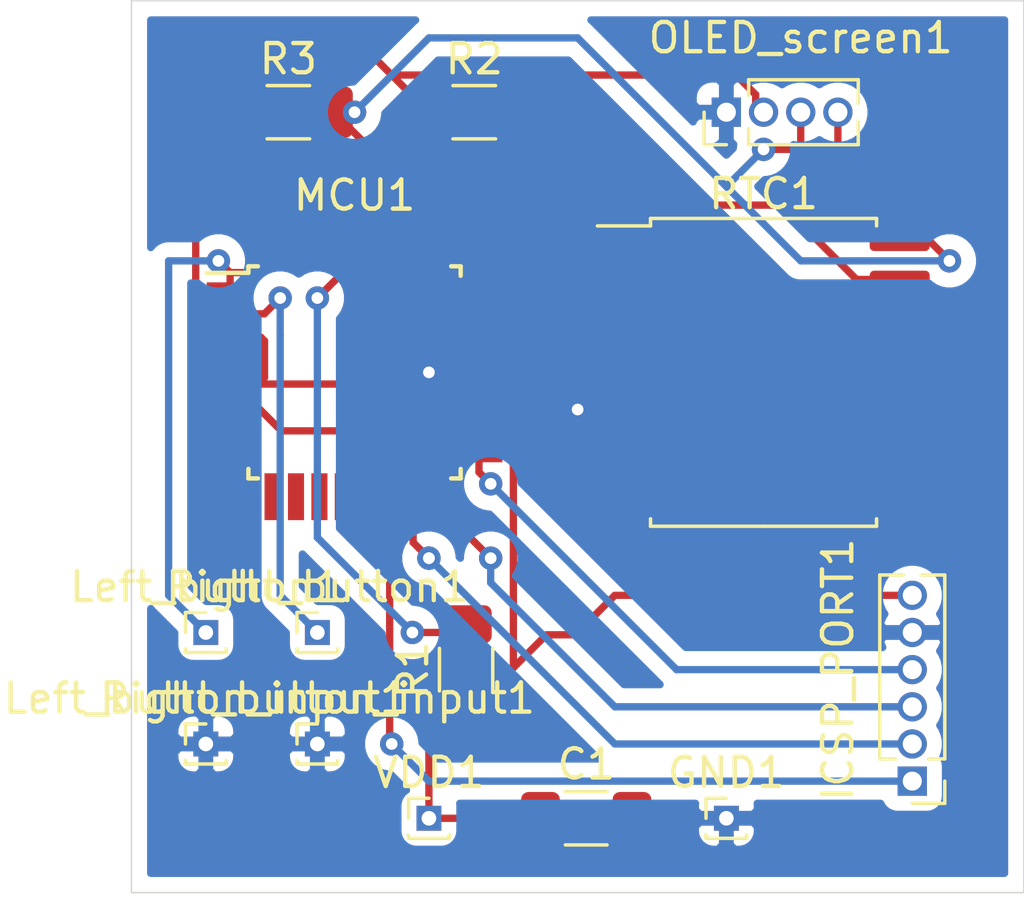
<source format=kicad_pcb>
(kicad_pcb (version 20171130) (host pcbnew "(5.1.12)-1")

  (general
    (thickness 1.6)
    (drawings 4)
    (tracks 133)
    (zones 0)
    (modules 14)
    (nets 31)
  )

  (page A4)
  (layers
    (0 F.Cu signal)
    (31 B.Cu signal)
    (32 B.Adhes user)
    (33 F.Adhes user)
    (34 B.Paste user)
    (35 F.Paste user)
    (36 B.SilkS user)
    (37 F.SilkS user)
    (38 B.Mask user)
    (39 F.Mask user)
    (40 Dwgs.User user)
    (41 Cmts.User user)
    (42 Eco1.User user)
    (43 Eco2.User user)
    (44 Edge.Cuts user)
    (45 Margin user)
    (46 B.CrtYd user)
    (47 F.CrtYd user)
    (48 B.Fab user)
    (49 F.Fab user)
  )

  (setup
    (last_trace_width 0.25)
    (trace_clearance 0.25)
    (zone_clearance 0.508)
    (zone_45_only no)
    (trace_min 0.25)
    (via_size 0.8)
    (via_drill 0.4)
    (via_min_size 0.4)
    (via_min_drill 0.3)
    (uvia_size 0.3)
    (uvia_drill 0.1)
    (uvias_allowed no)
    (uvia_min_size 0.2)
    (uvia_min_drill 0.1)
    (edge_width 0.05)
    (segment_width 0.2)
    (pcb_text_width 0.3)
    (pcb_text_size 1.5 1.5)
    (mod_edge_width 0.12)
    (mod_text_size 1 1)
    (mod_text_width 0.15)
    (pad_size 1.524 1.524)
    (pad_drill 0.762)
    (pad_to_mask_clearance 0)
    (aux_axis_origin 0 0)
    (visible_elements 7FFFFFFF)
    (pcbplotparams
      (layerselection 0x010fc_ffffffff)
      (usegerberextensions true)
      (usegerberattributes true)
      (usegerberadvancedattributes true)
      (creategerberjobfile false)
      (excludeedgelayer true)
      (linewidth 0.100000)
      (plotframeref false)
      (viasonmask false)
      (mode 1)
      (useauxorigin false)
      (hpglpennumber 1)
      (hpglpenspeed 20)
      (hpglpendiameter 15.000000)
      (psnegative false)
      (psa4output false)
      (plotreference true)
      (plotvalue false)
      (plotinvisibletext false)
      (padsonsilk false)
      (subtractmaskfromsilk true)
      (outputformat 1)
      (mirror false)
      (drillshape 0)
      (scaleselection 1)
      (outputdirectory "Gerber files/"))
  )

  (net 0 "")
  (net 1 Vin)
  (net 2 GND)
  (net 3 SS)
  (net 4 MOSI)
  (net 5 MISO)
  (net 6 SCK)
  (net 7 "Net-(Left_button1-Pad1)")
  (net 8 "Net-(MCU1-Pad2)")
  (net 9 "Net-(MCU1-Pad7)")
  (net 10 "Net-(MCU1-Pad8)")
  (net 11 "Net-(MCU1-Pad9)")
  (net 12 "Net-(MCU1-Pad10)")
  (net 13 "Net-(MCU1-Pad11)")
  (net 14 "Net-(MCU1-Pad12)")
  (net 15 "Net-(MCU1-Pad13)")
  (net 16 "Net-(MCU1-Pad19)")
  (net 17 "Net-(MCU1-Pad20)")
  (net 18 "Net-(MCU1-Pad22)")
  (net 19 "Net-(MCU1-Pad23)")
  (net 20 "Net-(MCU1-Pad24)")
  (net 21 "Net-(MCU1-Pad25)")
  (net 22 "Net-(MCU1-Pad26)")
  (net 23 SDA)
  (net 24 SCL)
  (net 25 "Net-(MCU1-Pad29)")
  (net 26 "Net-(MCU1-Pad30)")
  (net 27 "Net-(MCU1-Pad31)")
  (net 28 "Net-(RTC1-Pad1)")
  (net 29 "Net-(RTC1-Pad3)")
  (net 30 "Net-(RTC1-Pad4)")

  (net_class Default "This is the default net class."
    (clearance 0.25)
    (trace_width 0.25)
    (via_dia 0.8)
    (via_drill 0.4)
    (uvia_dia 0.3)
    (uvia_drill 0.1)
    (add_net GND)
    (add_net MISO)
    (add_net MOSI)
    (add_net "Net-(Left_button1-Pad1)")
    (add_net "Net-(MCU1-Pad10)")
    (add_net "Net-(MCU1-Pad11)")
    (add_net "Net-(MCU1-Pad12)")
    (add_net "Net-(MCU1-Pad13)")
    (add_net "Net-(MCU1-Pad19)")
    (add_net "Net-(MCU1-Pad2)")
    (add_net "Net-(MCU1-Pad20)")
    (add_net "Net-(MCU1-Pad22)")
    (add_net "Net-(MCU1-Pad23)")
    (add_net "Net-(MCU1-Pad24)")
    (add_net "Net-(MCU1-Pad25)")
    (add_net "Net-(MCU1-Pad26)")
    (add_net "Net-(MCU1-Pad29)")
    (add_net "Net-(MCU1-Pad30)")
    (add_net "Net-(MCU1-Pad31)")
    (add_net "Net-(MCU1-Pad7)")
    (add_net "Net-(MCU1-Pad8)")
    (add_net "Net-(MCU1-Pad9)")
    (add_net "Net-(RTC1-Pad1)")
    (add_net "Net-(RTC1-Pad3)")
    (add_net "Net-(RTC1-Pad4)")
    (add_net SCK)
    (add_net SCL)
    (add_net SDA)
    (add_net SS)
    (add_net Vin)
  )

  (module Connector_PinHeader_1.27mm:PinHeader_1x06_P1.27mm_Vertical (layer F.Cu) (tedit 59FED6E3) (tstamp 6202D2CB)
    (at 217.17 90.17 180)
    (descr "Through hole straight pin header, 1x06, 1.27mm pitch, single row")
    (tags "Through hole pin header THT 1x06 1.27mm single row")
    (path /6200FF7D)
    (fp_text reference ICSP_PORT1 (at 2.54 3.81 90) (layer F.SilkS)
      (effects (font (size 1 1) (thickness 0.15)))
    )
    (fp_text value " " (at 0 6.56) (layer F.Fab)
      (effects (font (size 1 1) (thickness 0.15)))
    )
    (fp_line (start -0.525 -0.635) (end 1.05 -0.635) (layer F.Fab) (width 0.1))
    (fp_line (start 1.05 -0.635) (end 1.05 6.985) (layer F.Fab) (width 0.1))
    (fp_line (start 1.05 6.985) (end -1.05 6.985) (layer F.Fab) (width 0.1))
    (fp_line (start -1.05 6.985) (end -1.05 -0.11) (layer F.Fab) (width 0.1))
    (fp_line (start -1.05 -0.11) (end -0.525 -0.635) (layer F.Fab) (width 0.1))
    (fp_line (start -1.11 7.045) (end -0.30753 7.045) (layer F.SilkS) (width 0.12))
    (fp_line (start 0.30753 7.045) (end 1.11 7.045) (layer F.SilkS) (width 0.12))
    (fp_line (start -1.11 0.76) (end -1.11 7.045) (layer F.SilkS) (width 0.12))
    (fp_line (start 1.11 0.76) (end 1.11 7.045) (layer F.SilkS) (width 0.12))
    (fp_line (start -1.11 0.76) (end -0.563471 0.76) (layer F.SilkS) (width 0.12))
    (fp_line (start 0.563471 0.76) (end 1.11 0.76) (layer F.SilkS) (width 0.12))
    (fp_line (start -1.11 0) (end -1.11 -0.76) (layer F.SilkS) (width 0.12))
    (fp_line (start -1.11 -0.76) (end 0 -0.76) (layer F.SilkS) (width 0.12))
    (fp_line (start -1.55 -1.15) (end -1.55 7.5) (layer F.CrtYd) (width 0.05))
    (fp_line (start -1.55 7.5) (end 1.55 7.5) (layer F.CrtYd) (width 0.05))
    (fp_line (start 1.55 7.5) (end 1.55 -1.15) (layer F.CrtYd) (width 0.05))
    (fp_line (start 1.55 -1.15) (end -1.55 -1.15) (layer F.CrtYd) (width 0.05))
    (fp_text user %R (at 0 2.5 90) (layer F.Fab)
      (effects (font (size 0.76 0.76) (thickness 0.114)))
    )
    (pad 6 thru_hole oval (at 0 6.35 180) (size 1 1) (drill 0.65) (layers *.Cu *.Mask)
      (net 1 Vin))
    (pad 5 thru_hole oval (at 0 5.08 180) (size 1 1) (drill 0.65) (layers *.Cu *.Mask)
      (net 2 GND))
    (pad 4 thru_hole oval (at 0 3.81 180) (size 1 1) (drill 0.65) (layers *.Cu *.Mask)
      (net 6 SCK))
    (pad 3 thru_hole oval (at 0 2.54 180) (size 1 1) (drill 0.65) (layers *.Cu *.Mask)
      (net 5 MISO))
    (pad 2 thru_hole oval (at 0 1.27 180) (size 1 1) (drill 0.65) (layers *.Cu *.Mask)
      (net 4 MOSI))
    (pad 1 thru_hole rect (at 0 0 180) (size 1 1) (drill 0.65) (layers *.Cu *.Mask)
      (net 3 SS))
    (model ${KISYS3DMOD}/Connector_PinHeader_1.27mm.3dshapes/PinHeader_1x06_P1.27mm_Vertical.wrl
      (at (xyz 0 0 0))
      (scale (xyz 1 1 1))
      (rotate (xyz 0 0 0))
    )
  )

  (module Connector_PinHeader_1.27mm:PinHeader_1x04_P1.27mm_Vertical (layer F.Cu) (tedit 59FED6E3) (tstamp 6202D348)
    (at 210.82 67.31 90)
    (descr "Through hole straight pin header, 1x04, 1.27mm pitch, single row")
    (tags "Through hole pin header THT 1x04 1.27mm single row")
    (path /6200B415)
    (fp_text reference OLED_screen1 (at 2.54 2.54 180) (layer F.SilkS)
      (effects (font (size 1 1) (thickness 0.15)))
    )
    (fp_text value " " (at 0 4.56 90) (layer F.Fab)
      (effects (font (size 1 1) (thickness 0.15)))
    )
    (fp_line (start -0.525 -0.635) (end 1.05 -0.635) (layer F.Fab) (width 0.1))
    (fp_line (start 1.05 -0.635) (end 1.05 4.445) (layer F.Fab) (width 0.1))
    (fp_line (start 1.05 4.445) (end -1.05 4.445) (layer F.Fab) (width 0.1))
    (fp_line (start -1.05 4.445) (end -1.05 -0.11) (layer F.Fab) (width 0.1))
    (fp_line (start -1.05 -0.11) (end -0.525 -0.635) (layer F.Fab) (width 0.1))
    (fp_line (start -1.11 4.505) (end -0.30753 4.505) (layer F.SilkS) (width 0.12))
    (fp_line (start 0.30753 4.505) (end 1.11 4.505) (layer F.SilkS) (width 0.12))
    (fp_line (start -1.11 0.76) (end -1.11 4.505) (layer F.SilkS) (width 0.12))
    (fp_line (start 1.11 0.76) (end 1.11 4.505) (layer F.SilkS) (width 0.12))
    (fp_line (start -1.11 0.76) (end -0.563471 0.76) (layer F.SilkS) (width 0.12))
    (fp_line (start 0.563471 0.76) (end 1.11 0.76) (layer F.SilkS) (width 0.12))
    (fp_line (start -1.11 0) (end -1.11 -0.76) (layer F.SilkS) (width 0.12))
    (fp_line (start -1.11 -0.76) (end 0 -0.76) (layer F.SilkS) (width 0.12))
    (fp_line (start -1.55 -1.15) (end -1.55 4.95) (layer F.CrtYd) (width 0.05))
    (fp_line (start -1.55 4.95) (end 1.55 4.95) (layer F.CrtYd) (width 0.05))
    (fp_line (start 1.55 4.95) (end 1.55 -1.15) (layer F.CrtYd) (width 0.05))
    (fp_line (start 1.55 -1.15) (end -1.55 -1.15) (layer F.CrtYd) (width 0.05))
    (fp_text user %R (at 0 1.5) (layer F.Fab)
      (effects (font (size 0.76 0.76) (thickness 0.114)))
    )
    (pad 4 thru_hole oval (at 0 3.81 90) (size 1 1) (drill 0.65) (layers *.Cu *.Mask)
      (net 23 SDA))
    (pad 3 thru_hole oval (at 0 2.54 90) (size 1 1) (drill 0.65) (layers *.Cu *.Mask)
      (net 24 SCL))
    (pad 2 thru_hole oval (at 0 1.27 90) (size 1 1) (drill 0.65) (layers *.Cu *.Mask)
      (net 1 Vin))
    (pad 1 thru_hole rect (at 0 0 90) (size 1 1) (drill 0.65) (layers *.Cu *.Mask)
      (net 2 GND))
    (model ${KISYS3DMOD}/Connector_PinHeader_1.27mm.3dshapes/PinHeader_1x04_P1.27mm_Vertical.wrl
      (at (xyz 0 0 0))
      (scale (xyz 1 1 1))
      (rotate (xyz 0 0 0))
    )
  )

  (module Capacitor_SMD:C_1206_3216Metric_Pad1.33x1.80mm_HandSolder (layer F.Cu) (tedit 5F68FEEF) (tstamp 6202D299)
    (at 206.0325 91.44)
    (descr "Capacitor SMD 1206 (3216 Metric), square (rectangular) end terminal, IPC_7351 nominal with elongated pad for handsoldering. (Body size source: IPC-SM-782 page 76, https://www.pcb-3d.com/wordpress/wp-content/uploads/ipc-sm-782a_amendment_1_and_2.pdf), generated with kicad-footprint-generator")
    (tags "capacitor handsolder")
    (path /6200E0C1)
    (attr smd)
    (fp_text reference C1 (at 0 -1.85) (layer F.SilkS)
      (effects (font (size 1 1) (thickness 0.15)))
    )
    (fp_text value 1uF (at 0 1.85) (layer F.Fab)
      (effects (font (size 1 1) (thickness 0.15)))
    )
    (fp_line (start 2.48 1.15) (end -2.48 1.15) (layer F.CrtYd) (width 0.05))
    (fp_line (start 2.48 -1.15) (end 2.48 1.15) (layer F.CrtYd) (width 0.05))
    (fp_line (start -2.48 -1.15) (end 2.48 -1.15) (layer F.CrtYd) (width 0.05))
    (fp_line (start -2.48 1.15) (end -2.48 -1.15) (layer F.CrtYd) (width 0.05))
    (fp_line (start -0.711252 0.91) (end 0.711252 0.91) (layer F.SilkS) (width 0.12))
    (fp_line (start -0.711252 -0.91) (end 0.711252 -0.91) (layer F.SilkS) (width 0.12))
    (fp_line (start 1.6 0.8) (end -1.6 0.8) (layer F.Fab) (width 0.1))
    (fp_line (start 1.6 -0.8) (end 1.6 0.8) (layer F.Fab) (width 0.1))
    (fp_line (start -1.6 -0.8) (end 1.6 -0.8) (layer F.Fab) (width 0.1))
    (fp_line (start -1.6 0.8) (end -1.6 -0.8) (layer F.Fab) (width 0.1))
    (fp_text user %R (at 0 0) (layer F.Fab)
      (effects (font (size 0.8 0.8) (thickness 0.12)))
    )
    (pad 1 smd roundrect (at -1.5625 0) (size 1.325 1.8) (layers F.Cu F.Paste F.Mask) (roundrect_rratio 0.1886784905660377)
      (net 1 Vin))
    (pad 2 smd roundrect (at 1.5625 0) (size 1.325 1.8) (layers F.Cu F.Paste F.Mask) (roundrect_rratio 0.1886784905660377)
      (net 2 GND))
    (model ${KISYS3DMOD}/Capacitor_SMD.3dshapes/C_1206_3216Metric.wrl
      (at (xyz 0 0 0))
      (scale (xyz 1 1 1))
      (rotate (xyz 0 0 0))
    )
  )

  (module Connector_PinHeader_1.00mm:PinHeader_1x01_P1.00mm_Vertical (layer F.Cu) (tedit 59FED738) (tstamp 6202D2AF)
    (at 210.82 91.44)
    (descr "Through hole straight pin header, 1x01, 1.00mm pitch, single row")
    (tags "Through hole pin header THT 1x01 1.00mm single row")
    (path /62029198)
    (fp_text reference GND1 (at 0 -1.56) (layer F.SilkS)
      (effects (font (size 1 1) (thickness 0.15)))
    )
    (fp_text value " " (at 0 1.56) (layer F.Fab)
      (effects (font (size 1 1) (thickness 0.15)))
    )
    (fp_line (start 1.15 -1) (end -1.15 -1) (layer F.CrtYd) (width 0.05))
    (fp_line (start 1.15 1) (end 1.15 -1) (layer F.CrtYd) (width 0.05))
    (fp_line (start -1.15 1) (end 1.15 1) (layer F.CrtYd) (width 0.05))
    (fp_line (start -1.15 -1) (end -1.15 1) (layer F.CrtYd) (width 0.05))
    (fp_line (start -0.695 -0.685) (end 0 -0.685) (layer F.SilkS) (width 0.12))
    (fp_line (start -0.695 0) (end -0.695 -0.685) (layer F.SilkS) (width 0.12))
    (fp_line (start 0.608276 0.685) (end 0.695 0.685) (layer F.SilkS) (width 0.12))
    (fp_line (start -0.695 0.685) (end -0.608276 0.685) (layer F.SilkS) (width 0.12))
    (fp_line (start 0.695 0.685) (end 0.695 0.56) (layer F.SilkS) (width 0.12))
    (fp_line (start -0.695 0.685) (end -0.695 0.56) (layer F.SilkS) (width 0.12))
    (fp_line (start -0.695 0.685) (end 0.695 0.685) (layer F.SilkS) (width 0.12))
    (fp_line (start -0.635 -0.1825) (end -0.3175 -0.5) (layer F.Fab) (width 0.1))
    (fp_line (start -0.635 0.5) (end -0.635 -0.1825) (layer F.Fab) (width 0.1))
    (fp_line (start 0.635 0.5) (end -0.635 0.5) (layer F.Fab) (width 0.1))
    (fp_line (start 0.635 -0.5) (end 0.635 0.5) (layer F.Fab) (width 0.1))
    (fp_line (start -0.3175 -0.5) (end 0.635 -0.5) (layer F.Fab) (width 0.1))
    (fp_text user %R (at 0 0 90) (layer F.Fab)
      (effects (font (size 0.76 0.76) (thickness 0.114)))
    )
    (pad 1 thru_hole rect (at 0 0) (size 0.85 0.85) (drill 0.5) (layers *.Cu *.Mask)
      (net 2 GND))
    (model ${KISYS3DMOD}/Connector_PinHeader_1.00mm.3dshapes/PinHeader_1x01_P1.00mm_Vertical.wrl
      (at (xyz 0 0 0))
      (scale (xyz 1 1 1))
      (rotate (xyz 0 0 0))
    )
  )

  (module Connector_PinHeader_1.00mm:PinHeader_1x01_P1.00mm_Vertical (layer F.Cu) (tedit 59FED738) (tstamp 6202D2E1)
    (at 193.04 85.09)
    (descr "Through hole straight pin header, 1x01, 1.00mm pitch, single row")
    (tags "Through hole pin header THT 1x01 1.00mm single row")
    (path /620194B6)
    (fp_text reference Left_button1 (at 0 -1.56) (layer F.SilkS)
      (effects (font (size 1 1) (thickness 0.15)))
    )
    (fp_text value " " (at 0 1.56) (layer F.Fab)
      (effects (font (size 1 1) (thickness 0.15)))
    )
    (fp_line (start 1.15 -1) (end -1.15 -1) (layer F.CrtYd) (width 0.05))
    (fp_line (start 1.15 1) (end 1.15 -1) (layer F.CrtYd) (width 0.05))
    (fp_line (start -1.15 1) (end 1.15 1) (layer F.CrtYd) (width 0.05))
    (fp_line (start -1.15 -1) (end -1.15 1) (layer F.CrtYd) (width 0.05))
    (fp_line (start -0.695 -0.685) (end 0 -0.685) (layer F.SilkS) (width 0.12))
    (fp_line (start -0.695 0) (end -0.695 -0.685) (layer F.SilkS) (width 0.12))
    (fp_line (start 0.608276 0.685) (end 0.695 0.685) (layer F.SilkS) (width 0.12))
    (fp_line (start -0.695 0.685) (end -0.608276 0.685) (layer F.SilkS) (width 0.12))
    (fp_line (start 0.695 0.685) (end 0.695 0.56) (layer F.SilkS) (width 0.12))
    (fp_line (start -0.695 0.685) (end -0.695 0.56) (layer F.SilkS) (width 0.12))
    (fp_line (start -0.695 0.685) (end 0.695 0.685) (layer F.SilkS) (width 0.12))
    (fp_line (start -0.635 -0.1825) (end -0.3175 -0.5) (layer F.Fab) (width 0.1))
    (fp_line (start -0.635 0.5) (end -0.635 -0.1825) (layer F.Fab) (width 0.1))
    (fp_line (start 0.635 0.5) (end -0.635 0.5) (layer F.Fab) (width 0.1))
    (fp_line (start 0.635 -0.5) (end 0.635 0.5) (layer F.Fab) (width 0.1))
    (fp_line (start -0.3175 -0.5) (end 0.635 -0.5) (layer F.Fab) (width 0.1))
    (fp_text user %R (at 0 0 90) (layer F.Fab)
      (effects (font (size 0.76 0.76) (thickness 0.114)))
    )
    (pad 1 thru_hole rect (at 0 0) (size 0.85 0.85) (drill 0.5) (layers *.Cu *.Mask)
      (net 7 "Net-(Left_button1-Pad1)"))
    (model ${KISYS3DMOD}/Connector_PinHeader_1.00mm.3dshapes/PinHeader_1x01_P1.00mm_Vertical.wrl
      (at (xyz 0 0 0))
      (scale (xyz 1 1 1))
      (rotate (xyz 0 0 0))
    )
  )

  (module Connector_PinHeader_1.00mm:PinHeader_1x01_P1.00mm_Vertical (layer F.Cu) (tedit 59FED738) (tstamp 6202D2F7)
    (at 193.04 88.9)
    (descr "Through hole straight pin header, 1x01, 1.00mm pitch, single row")
    (tags "Through hole pin header THT 1x01 1.00mm single row")
    (path /6201D4E1)
    (fp_text reference Left_button_input1 (at 0 -1.56) (layer F.SilkS)
      (effects (font (size 1 1) (thickness 0.15)))
    )
    (fp_text value " " (at 0 1.56) (layer F.Fab)
      (effects (font (size 1 1) (thickness 0.15)))
    )
    (fp_line (start 1.15 -1) (end -1.15 -1) (layer F.CrtYd) (width 0.05))
    (fp_line (start 1.15 1) (end 1.15 -1) (layer F.CrtYd) (width 0.05))
    (fp_line (start -1.15 1) (end 1.15 1) (layer F.CrtYd) (width 0.05))
    (fp_line (start -1.15 -1) (end -1.15 1) (layer F.CrtYd) (width 0.05))
    (fp_line (start -0.695 -0.685) (end 0 -0.685) (layer F.SilkS) (width 0.12))
    (fp_line (start -0.695 0) (end -0.695 -0.685) (layer F.SilkS) (width 0.12))
    (fp_line (start 0.608276 0.685) (end 0.695 0.685) (layer F.SilkS) (width 0.12))
    (fp_line (start -0.695 0.685) (end -0.608276 0.685) (layer F.SilkS) (width 0.12))
    (fp_line (start 0.695 0.685) (end 0.695 0.56) (layer F.SilkS) (width 0.12))
    (fp_line (start -0.695 0.685) (end -0.695 0.56) (layer F.SilkS) (width 0.12))
    (fp_line (start -0.695 0.685) (end 0.695 0.685) (layer F.SilkS) (width 0.12))
    (fp_line (start -0.635 -0.1825) (end -0.3175 -0.5) (layer F.Fab) (width 0.1))
    (fp_line (start -0.635 0.5) (end -0.635 -0.1825) (layer F.Fab) (width 0.1))
    (fp_line (start 0.635 0.5) (end -0.635 0.5) (layer F.Fab) (width 0.1))
    (fp_line (start 0.635 -0.5) (end 0.635 0.5) (layer F.Fab) (width 0.1))
    (fp_line (start -0.3175 -0.5) (end 0.635 -0.5) (layer F.Fab) (width 0.1))
    (fp_text user %R (at 0 0 90) (layer F.Fab)
      (effects (font (size 0.76 0.76) (thickness 0.114)))
    )
    (pad 1 thru_hole rect (at 0 0) (size 0.85 0.85) (drill 0.5) (layers *.Cu *.Mask)
      (net 2 GND))
    (model ${KISYS3DMOD}/Connector_PinHeader_1.00mm.3dshapes/PinHeader_1x01_P1.00mm_Vertical.wrl
      (at (xyz 0 0 0))
      (scale (xyz 1 1 1))
      (rotate (xyz 0 0 0))
    )
  )

  (module Package_QFP:TQFP-32_7x7mm_P0.8mm (layer F.Cu) (tedit 5A02F146) (tstamp 6202D32E)
    (at 198.12 76.2)
    (descr "32-Lead Plastic Thin Quad Flatpack (PT) - 7x7x1.0 mm Body, 2.00 mm [TQFP] (see Microchip Packaging Specification 00000049BS.pdf)")
    (tags "QFP 0.8")
    (path /62008335)
    (attr smd)
    (fp_text reference MCU1 (at 0 -6.05) (layer F.SilkS)
      (effects (font (size 1 1) (thickness 0.15)))
    )
    (fp_text value ATmega328P-AU (at 0 6.05) (layer F.Fab)
      (effects (font (size 1 1) (thickness 0.15)))
    )
    (fp_line (start -3.625 -3.4) (end -5.05 -3.4) (layer F.SilkS) (width 0.15))
    (fp_line (start 3.625 -3.625) (end 3.3 -3.625) (layer F.SilkS) (width 0.15))
    (fp_line (start 3.625 3.625) (end 3.3 3.625) (layer F.SilkS) (width 0.15))
    (fp_line (start -3.625 3.625) (end -3.3 3.625) (layer F.SilkS) (width 0.15))
    (fp_line (start -3.625 -3.625) (end -3.3 -3.625) (layer F.SilkS) (width 0.15))
    (fp_line (start -3.625 3.625) (end -3.625 3.3) (layer F.SilkS) (width 0.15))
    (fp_line (start 3.625 3.625) (end 3.625 3.3) (layer F.SilkS) (width 0.15))
    (fp_line (start 3.625 -3.625) (end 3.625 -3.3) (layer F.SilkS) (width 0.15))
    (fp_line (start -3.625 -3.625) (end -3.625 -3.4) (layer F.SilkS) (width 0.15))
    (fp_line (start -5.3 5.3) (end 5.3 5.3) (layer F.CrtYd) (width 0.05))
    (fp_line (start -5.3 -5.3) (end 5.3 -5.3) (layer F.CrtYd) (width 0.05))
    (fp_line (start 5.3 -5.3) (end 5.3 5.3) (layer F.CrtYd) (width 0.05))
    (fp_line (start -5.3 -5.3) (end -5.3 5.3) (layer F.CrtYd) (width 0.05))
    (fp_line (start -3.5 -2.5) (end -2.5 -3.5) (layer F.Fab) (width 0.15))
    (fp_line (start -3.5 3.5) (end -3.5 -2.5) (layer F.Fab) (width 0.15))
    (fp_line (start 3.5 3.5) (end -3.5 3.5) (layer F.Fab) (width 0.15))
    (fp_line (start 3.5 -3.5) (end 3.5 3.5) (layer F.Fab) (width 0.15))
    (fp_line (start -2.5 -3.5) (end 3.5 -3.5) (layer F.Fab) (width 0.15))
    (fp_text user %R (at 0 0) (layer F.Fab)
      (effects (font (size 1 1) (thickness 0.15)))
    )
    (pad 1 smd rect (at -4.25 -2.8) (size 1.6 0.55) (layers F.Cu F.Paste F.Mask)
      (net 7 "Net-(Left_button1-Pad1)"))
    (pad 2 smd rect (at -4.25 -2) (size 1.6 0.55) (layers F.Cu F.Paste F.Mask)
      (net 8 "Net-(MCU1-Pad2)"))
    (pad 3 smd rect (at -4.25 -1.2) (size 1.6 0.55) (layers F.Cu F.Paste F.Mask)
      (net 2 GND))
    (pad 4 smd rect (at -4.25 -0.4) (size 1.6 0.55) (layers F.Cu F.Paste F.Mask)
      (net 1 Vin))
    (pad 5 smd rect (at -4.25 0.4) (size 1.6 0.55) (layers F.Cu F.Paste F.Mask)
      (net 2 GND))
    (pad 6 smd rect (at -4.25 1.2) (size 1.6 0.55) (layers F.Cu F.Paste F.Mask)
      (net 1 Vin))
    (pad 7 smd rect (at -4.25 2) (size 1.6 0.55) (layers F.Cu F.Paste F.Mask)
      (net 9 "Net-(MCU1-Pad7)"))
    (pad 8 smd rect (at -4.25 2.8) (size 1.6 0.55) (layers F.Cu F.Paste F.Mask)
      (net 10 "Net-(MCU1-Pad8)"))
    (pad 9 smd rect (at -2.8 4.25 90) (size 1.6 0.55) (layers F.Cu F.Paste F.Mask)
      (net 11 "Net-(MCU1-Pad9)"))
    (pad 10 smd rect (at -2 4.25 90) (size 1.6 0.55) (layers F.Cu F.Paste F.Mask)
      (net 12 "Net-(MCU1-Pad10)"))
    (pad 11 smd rect (at -1.2 4.25 90) (size 1.6 0.55) (layers F.Cu F.Paste F.Mask)
      (net 13 "Net-(MCU1-Pad11)"))
    (pad 12 smd rect (at -0.4 4.25 90) (size 1.6 0.55) (layers F.Cu F.Paste F.Mask)
      (net 14 "Net-(MCU1-Pad12)"))
    (pad 13 smd rect (at 0.4 4.25 90) (size 1.6 0.55) (layers F.Cu F.Paste F.Mask)
      (net 15 "Net-(MCU1-Pad13)"))
    (pad 14 smd rect (at 1.2 4.25 90) (size 1.6 0.55) (layers F.Cu F.Paste F.Mask)
      (net 3 SS))
    (pad 15 smd rect (at 2 4.25 90) (size 1.6 0.55) (layers F.Cu F.Paste F.Mask)
      (net 4 MOSI))
    (pad 16 smd rect (at 2.8 4.25 90) (size 1.6 0.55) (layers F.Cu F.Paste F.Mask)
      (net 5 MISO))
    (pad 17 smd rect (at 4.25 2.8) (size 1.6 0.55) (layers F.Cu F.Paste F.Mask)
      (net 6 SCK))
    (pad 18 smd rect (at 4.25 2) (size 1.6 0.55) (layers F.Cu F.Paste F.Mask)
      (net 1 Vin))
    (pad 19 smd rect (at 4.25 1.2) (size 1.6 0.55) (layers F.Cu F.Paste F.Mask)
      (net 16 "Net-(MCU1-Pad19)"))
    (pad 20 smd rect (at 4.25 0.4) (size 1.6 0.55) (layers F.Cu F.Paste F.Mask)
      (net 17 "Net-(MCU1-Pad20)"))
    (pad 21 smd rect (at 4.25 -0.4) (size 1.6 0.55) (layers F.Cu F.Paste F.Mask)
      (net 2 GND))
    (pad 22 smd rect (at 4.25 -1.2) (size 1.6 0.55) (layers F.Cu F.Paste F.Mask)
      (net 18 "Net-(MCU1-Pad22)"))
    (pad 23 smd rect (at 4.25 -2) (size 1.6 0.55) (layers F.Cu F.Paste F.Mask)
      (net 19 "Net-(MCU1-Pad23)"))
    (pad 24 smd rect (at 4.25 -2.8) (size 1.6 0.55) (layers F.Cu F.Paste F.Mask)
      (net 20 "Net-(MCU1-Pad24)"))
    (pad 25 smd rect (at 2.8 -4.25 90) (size 1.6 0.55) (layers F.Cu F.Paste F.Mask)
      (net 21 "Net-(MCU1-Pad25)"))
    (pad 26 smd rect (at 2 -4.25 90) (size 1.6 0.55) (layers F.Cu F.Paste F.Mask)
      (net 22 "Net-(MCU1-Pad26)"))
    (pad 27 smd rect (at 1.2 -4.25 90) (size 1.6 0.55) (layers F.Cu F.Paste F.Mask)
      (net 23 SDA))
    (pad 28 smd rect (at 0.4 -4.25 90) (size 1.6 0.55) (layers F.Cu F.Paste F.Mask)
      (net 24 SCL))
    (pad 29 smd rect (at -0.4 -4.25 90) (size 1.6 0.55) (layers F.Cu F.Paste F.Mask)
      (net 25 "Net-(MCU1-Pad29)"))
    (pad 30 smd rect (at -1.2 -4.25 90) (size 1.6 0.55) (layers F.Cu F.Paste F.Mask)
      (net 26 "Net-(MCU1-Pad30)"))
    (pad 31 smd rect (at -2 -4.25 90) (size 1.6 0.55) (layers F.Cu F.Paste F.Mask)
      (net 27 "Net-(MCU1-Pad31)"))
    (pad 32 smd rect (at -2.8 -4.25 90) (size 1.6 0.55) (layers F.Cu F.Paste F.Mask)
      (net 7 "Net-(Left_button1-Pad1)"))
    (model ${KISYS3DMOD}/Package_QFP.3dshapes/TQFP-32_7x7mm_P0.8mm.wrl
      (at (xyz 0 0 0))
      (scale (xyz 1 1 1))
      (rotate (xyz 0 0 0))
    )
  )

  (module Resistor_SMD:R_1206_3216Metric_Pad1.30x1.75mm_HandSolder (layer F.Cu) (tedit 5F68FEEE) (tstamp 6202D359)
    (at 201.93 86.36 90)
    (descr "Resistor SMD 1206 (3216 Metric), square (rectangular) end terminal, IPC_7351 nominal with elongated pad for handsoldering. (Body size source: IPC-SM-782 page 72, https://www.pcb-3d.com/wordpress/wp-content/uploads/ipc-sm-782a_amendment_1_and_2.pdf), generated with kicad-footprint-generator")
    (tags "resistor handsolder")
    (path /6200FED2)
    (attr smd)
    (fp_text reference R1 (at 0 -1.82 90) (layer F.SilkS)
      (effects (font (size 1 1) (thickness 0.15)))
    )
    (fp_text value 10k (at 0 1.82 90) (layer F.Fab)
      (effects (font (size 1 1) (thickness 0.15)))
    )
    (fp_line (start 2.45 1.12) (end -2.45 1.12) (layer F.CrtYd) (width 0.05))
    (fp_line (start 2.45 -1.12) (end 2.45 1.12) (layer F.CrtYd) (width 0.05))
    (fp_line (start -2.45 -1.12) (end 2.45 -1.12) (layer F.CrtYd) (width 0.05))
    (fp_line (start -2.45 1.12) (end -2.45 -1.12) (layer F.CrtYd) (width 0.05))
    (fp_line (start -0.727064 0.91) (end 0.727064 0.91) (layer F.SilkS) (width 0.12))
    (fp_line (start -0.727064 -0.91) (end 0.727064 -0.91) (layer F.SilkS) (width 0.12))
    (fp_line (start 1.6 0.8) (end -1.6 0.8) (layer F.Fab) (width 0.1))
    (fp_line (start 1.6 -0.8) (end 1.6 0.8) (layer F.Fab) (width 0.1))
    (fp_line (start -1.6 -0.8) (end 1.6 -0.8) (layer F.Fab) (width 0.1))
    (fp_line (start -1.6 0.8) (end -1.6 -0.8) (layer F.Fab) (width 0.1))
    (fp_text user %R (at 0 0 90) (layer F.Fab)
      (effects (font (size 0.8 0.8) (thickness 0.12)))
    )
    (pad 1 smd roundrect (at -1.55 0 90) (size 1.3 1.75) (layers F.Cu F.Paste F.Mask) (roundrect_rratio 0.1923076923076923)
      (net 1 Vin))
    (pad 2 smd roundrect (at 1.55 0 90) (size 1.3 1.75) (layers F.Cu F.Paste F.Mask) (roundrect_rratio 0.1923076923076923)
      (net 25 "Net-(MCU1-Pad29)"))
    (model ${KISYS3DMOD}/Resistor_SMD.3dshapes/R_1206_3216Metric.wrl
      (at (xyz 0 0 0))
      (scale (xyz 1 1 1))
      (rotate (xyz 0 0 0))
    )
  )

  (module Resistor_SMD:R_1206_3216Metric_Pad1.30x1.75mm_HandSolder (layer F.Cu) (tedit 5F68FEEE) (tstamp 6202D36A)
    (at 202.21 67.31)
    (descr "Resistor SMD 1206 (3216 Metric), square (rectangular) end terminal, IPC_7351 nominal with elongated pad for handsoldering. (Body size source: IPC-SM-782 page 72, https://www.pcb-3d.com/wordpress/wp-content/uploads/ipc-sm-782a_amendment_1_and_2.pdf), generated with kicad-footprint-generator")
    (tags "resistor handsolder")
    (path /6201599F)
    (attr smd)
    (fp_text reference R2 (at 0 -1.82) (layer F.SilkS)
      (effects (font (size 1 1) (thickness 0.15)))
    )
    (fp_text value 4.7k (at 0 1.82) (layer F.Fab)
      (effects (font (size 1 1) (thickness 0.15)))
    )
    (fp_line (start -1.6 0.8) (end -1.6 -0.8) (layer F.Fab) (width 0.1))
    (fp_line (start -1.6 -0.8) (end 1.6 -0.8) (layer F.Fab) (width 0.1))
    (fp_line (start 1.6 -0.8) (end 1.6 0.8) (layer F.Fab) (width 0.1))
    (fp_line (start 1.6 0.8) (end -1.6 0.8) (layer F.Fab) (width 0.1))
    (fp_line (start -0.727064 -0.91) (end 0.727064 -0.91) (layer F.SilkS) (width 0.12))
    (fp_line (start -0.727064 0.91) (end 0.727064 0.91) (layer F.SilkS) (width 0.12))
    (fp_line (start -2.45 1.12) (end -2.45 -1.12) (layer F.CrtYd) (width 0.05))
    (fp_line (start -2.45 -1.12) (end 2.45 -1.12) (layer F.CrtYd) (width 0.05))
    (fp_line (start 2.45 -1.12) (end 2.45 1.12) (layer F.CrtYd) (width 0.05))
    (fp_line (start 2.45 1.12) (end -2.45 1.12) (layer F.CrtYd) (width 0.05))
    (fp_text user %R (at 0 0) (layer F.Fab)
      (effects (font (size 0.8 0.8) (thickness 0.12)))
    )
    (pad 2 smd roundrect (at 1.55 0) (size 1.3 1.75) (layers F.Cu F.Paste F.Mask) (roundrect_rratio 0.1923076923076923)
      (net 23 SDA))
    (pad 1 smd roundrect (at -1.55 0) (size 1.3 1.75) (layers F.Cu F.Paste F.Mask) (roundrect_rratio 0.1923076923076923)
      (net 1 Vin))
    (model ${KISYS3DMOD}/Resistor_SMD.3dshapes/R_1206_3216Metric.wrl
      (at (xyz 0 0 0))
      (scale (xyz 1 1 1))
      (rotate (xyz 0 0 0))
    )
  )

  (module Resistor_SMD:R_1206_3216Metric_Pad1.30x1.75mm_HandSolder (layer F.Cu) (tedit 5F68FEEE) (tstamp 6202D37B)
    (at 195.86 67.31)
    (descr "Resistor SMD 1206 (3216 Metric), square (rectangular) end terminal, IPC_7351 nominal with elongated pad for handsoldering. (Body size source: IPC-SM-782 page 72, https://www.pcb-3d.com/wordpress/wp-content/uploads/ipc-sm-782a_amendment_1_and_2.pdf), generated with kicad-footprint-generator")
    (tags "resistor handsolder")
    (path /62014EEF)
    (attr smd)
    (fp_text reference R3 (at 0 -1.82) (layer F.SilkS)
      (effects (font (size 1 1) (thickness 0.15)))
    )
    (fp_text value 4.7k (at 0 1.82) (layer F.Fab)
      (effects (font (size 1 1) (thickness 0.15)))
    )
    (fp_line (start 2.45 1.12) (end -2.45 1.12) (layer F.CrtYd) (width 0.05))
    (fp_line (start 2.45 -1.12) (end 2.45 1.12) (layer F.CrtYd) (width 0.05))
    (fp_line (start -2.45 -1.12) (end 2.45 -1.12) (layer F.CrtYd) (width 0.05))
    (fp_line (start -2.45 1.12) (end -2.45 -1.12) (layer F.CrtYd) (width 0.05))
    (fp_line (start -0.727064 0.91) (end 0.727064 0.91) (layer F.SilkS) (width 0.12))
    (fp_line (start -0.727064 -0.91) (end 0.727064 -0.91) (layer F.SilkS) (width 0.12))
    (fp_line (start 1.6 0.8) (end -1.6 0.8) (layer F.Fab) (width 0.1))
    (fp_line (start 1.6 -0.8) (end 1.6 0.8) (layer F.Fab) (width 0.1))
    (fp_line (start -1.6 -0.8) (end 1.6 -0.8) (layer F.Fab) (width 0.1))
    (fp_line (start -1.6 0.8) (end -1.6 -0.8) (layer F.Fab) (width 0.1))
    (fp_text user %R (at 0 0) (layer F.Fab)
      (effects (font (size 0.8 0.8) (thickness 0.12)))
    )
    (pad 1 smd roundrect (at -1.55 0) (size 1.3 1.75) (layers F.Cu F.Paste F.Mask) (roundrect_rratio 0.1923076923076923)
      (net 1 Vin))
    (pad 2 smd roundrect (at 1.55 0) (size 1.3 1.75) (layers F.Cu F.Paste F.Mask) (roundrect_rratio 0.1923076923076923)
      (net 24 SCL))
    (model ${KISYS3DMOD}/Resistor_SMD.3dshapes/R_1206_3216Metric.wrl
      (at (xyz 0 0 0))
      (scale (xyz 1 1 1))
      (rotate (xyz 0 0 0))
    )
  )

  (module Connector_PinHeader_1.00mm:PinHeader_1x01_P1.00mm_Vertical (layer F.Cu) (tedit 59FED738) (tstamp 6202D391)
    (at 196.85 85.09)
    (descr "Through hole straight pin header, 1x01, 1.00mm pitch, single row")
    (tags "Through hole pin header THT 1x01 1.00mm single row")
    (path /6201BD84)
    (fp_text reference Right_button1 (at 0 -1.56) (layer F.SilkS)
      (effects (font (size 1 1) (thickness 0.15)))
    )
    (fp_text value " " (at 0 1.56) (layer F.Fab)
      (effects (font (size 1 1) (thickness 0.15)))
    )
    (fp_line (start -0.3175 -0.5) (end 0.635 -0.5) (layer F.Fab) (width 0.1))
    (fp_line (start 0.635 -0.5) (end 0.635 0.5) (layer F.Fab) (width 0.1))
    (fp_line (start 0.635 0.5) (end -0.635 0.5) (layer F.Fab) (width 0.1))
    (fp_line (start -0.635 0.5) (end -0.635 -0.1825) (layer F.Fab) (width 0.1))
    (fp_line (start -0.635 -0.1825) (end -0.3175 -0.5) (layer F.Fab) (width 0.1))
    (fp_line (start -0.695 0.685) (end 0.695 0.685) (layer F.SilkS) (width 0.12))
    (fp_line (start -0.695 0.685) (end -0.695 0.56) (layer F.SilkS) (width 0.12))
    (fp_line (start 0.695 0.685) (end 0.695 0.56) (layer F.SilkS) (width 0.12))
    (fp_line (start -0.695 0.685) (end -0.608276 0.685) (layer F.SilkS) (width 0.12))
    (fp_line (start 0.608276 0.685) (end 0.695 0.685) (layer F.SilkS) (width 0.12))
    (fp_line (start -0.695 0) (end -0.695 -0.685) (layer F.SilkS) (width 0.12))
    (fp_line (start -0.695 -0.685) (end 0 -0.685) (layer F.SilkS) (width 0.12))
    (fp_line (start -1.15 -1) (end -1.15 1) (layer F.CrtYd) (width 0.05))
    (fp_line (start -1.15 1) (end 1.15 1) (layer F.CrtYd) (width 0.05))
    (fp_line (start 1.15 1) (end 1.15 -1) (layer F.CrtYd) (width 0.05))
    (fp_line (start 1.15 -1) (end -1.15 -1) (layer F.CrtYd) (width 0.05))
    (fp_text user %R (at 0 0 90) (layer F.Fab)
      (effects (font (size 0.76 0.76) (thickness 0.114)))
    )
    (pad 1 thru_hole rect (at 0 0) (size 0.85 0.85) (drill 0.5) (layers *.Cu *.Mask)
      (net 8 "Net-(MCU1-Pad2)"))
    (model ${KISYS3DMOD}/Connector_PinHeader_1.00mm.3dshapes/PinHeader_1x01_P1.00mm_Vertical.wrl
      (at (xyz 0 0 0))
      (scale (xyz 1 1 1))
      (rotate (xyz 0 0 0))
    )
  )

  (module Connector_PinHeader_1.00mm:PinHeader_1x01_P1.00mm_Vertical (layer F.Cu) (tedit 59FED738) (tstamp 6202D3A7)
    (at 196.85 88.9)
    (descr "Through hole straight pin header, 1x01, 1.00mm pitch, single row")
    (tags "Through hole pin header THT 1x01 1.00mm single row")
    (path /62020CB0)
    (fp_text reference Right_button_input1 (at 0 -1.56) (layer F.SilkS)
      (effects (font (size 1 1) (thickness 0.15)))
    )
    (fp_text value " " (at 0 1.56) (layer F.Fab)
      (effects (font (size 1 1) (thickness 0.15)))
    )
    (fp_line (start -0.3175 -0.5) (end 0.635 -0.5) (layer F.Fab) (width 0.1))
    (fp_line (start 0.635 -0.5) (end 0.635 0.5) (layer F.Fab) (width 0.1))
    (fp_line (start 0.635 0.5) (end -0.635 0.5) (layer F.Fab) (width 0.1))
    (fp_line (start -0.635 0.5) (end -0.635 -0.1825) (layer F.Fab) (width 0.1))
    (fp_line (start -0.635 -0.1825) (end -0.3175 -0.5) (layer F.Fab) (width 0.1))
    (fp_line (start -0.695 0.685) (end 0.695 0.685) (layer F.SilkS) (width 0.12))
    (fp_line (start -0.695 0.685) (end -0.695 0.56) (layer F.SilkS) (width 0.12))
    (fp_line (start 0.695 0.685) (end 0.695 0.56) (layer F.SilkS) (width 0.12))
    (fp_line (start -0.695 0.685) (end -0.608276 0.685) (layer F.SilkS) (width 0.12))
    (fp_line (start 0.608276 0.685) (end 0.695 0.685) (layer F.SilkS) (width 0.12))
    (fp_line (start -0.695 0) (end -0.695 -0.685) (layer F.SilkS) (width 0.12))
    (fp_line (start -0.695 -0.685) (end 0 -0.685) (layer F.SilkS) (width 0.12))
    (fp_line (start -1.15 -1) (end -1.15 1) (layer F.CrtYd) (width 0.05))
    (fp_line (start -1.15 1) (end 1.15 1) (layer F.CrtYd) (width 0.05))
    (fp_line (start 1.15 1) (end 1.15 -1) (layer F.CrtYd) (width 0.05))
    (fp_line (start 1.15 -1) (end -1.15 -1) (layer F.CrtYd) (width 0.05))
    (fp_text user %R (at 0 0 90) (layer F.Fab)
      (effects (font (size 0.76 0.76) (thickness 0.114)))
    )
    (pad 1 thru_hole rect (at 0 0) (size 0.85 0.85) (drill 0.5) (layers *.Cu *.Mask)
      (net 2 GND))
    (model ${KISYS3DMOD}/Connector_PinHeader_1.00mm.3dshapes/PinHeader_1x01_P1.00mm_Vertical.wrl
      (at (xyz 0 0 0))
      (scale (xyz 1 1 1))
      (rotate (xyz 0 0 0))
    )
  )

  (module Package_SO:SOIC-16W_7.5x10.3mm_P1.27mm (layer F.Cu) (tedit 5D9F72B1) (tstamp 6202D3CE)
    (at 212.09 76.2)
    (descr "SOIC, 16 Pin (JEDEC MS-013AA, https://www.analog.com/media/en/package-pcb-resources/package/pkg_pdf/soic_wide-rw/rw_16.pdf), generated with kicad-footprint-generator ipc_gullwing_generator.py")
    (tags "SOIC SO")
    (path /62014A69)
    (attr smd)
    (fp_text reference RTC1 (at 0 -6.1) (layer F.SilkS)
      (effects (font (size 1 1) (thickness 0.15)))
    )
    (fp_text value DS3231M (at 0 6.1) (layer F.Fab)
      (effects (font (size 1 1) (thickness 0.15)))
    )
    (fp_line (start 5.93 -5.4) (end -5.93 -5.4) (layer F.CrtYd) (width 0.05))
    (fp_line (start 5.93 5.4) (end 5.93 -5.4) (layer F.CrtYd) (width 0.05))
    (fp_line (start -5.93 5.4) (end 5.93 5.4) (layer F.CrtYd) (width 0.05))
    (fp_line (start -5.93 -5.4) (end -5.93 5.4) (layer F.CrtYd) (width 0.05))
    (fp_line (start -3.75 -4.15) (end -2.75 -5.15) (layer F.Fab) (width 0.1))
    (fp_line (start -3.75 5.15) (end -3.75 -4.15) (layer F.Fab) (width 0.1))
    (fp_line (start 3.75 5.15) (end -3.75 5.15) (layer F.Fab) (width 0.1))
    (fp_line (start 3.75 -5.15) (end 3.75 5.15) (layer F.Fab) (width 0.1))
    (fp_line (start -2.75 -5.15) (end 3.75 -5.15) (layer F.Fab) (width 0.1))
    (fp_line (start -3.86 -5.005) (end -5.675 -5.005) (layer F.SilkS) (width 0.12))
    (fp_line (start -3.86 -5.26) (end -3.86 -5.005) (layer F.SilkS) (width 0.12))
    (fp_line (start 0 -5.26) (end -3.86 -5.26) (layer F.SilkS) (width 0.12))
    (fp_line (start 3.86 -5.26) (end 3.86 -5.005) (layer F.SilkS) (width 0.12))
    (fp_line (start 0 -5.26) (end 3.86 -5.26) (layer F.SilkS) (width 0.12))
    (fp_line (start -3.86 5.26) (end -3.86 5.005) (layer F.SilkS) (width 0.12))
    (fp_line (start 0 5.26) (end -3.86 5.26) (layer F.SilkS) (width 0.12))
    (fp_line (start 3.86 5.26) (end 3.86 5.005) (layer F.SilkS) (width 0.12))
    (fp_line (start 0 5.26) (end 3.86 5.26) (layer F.SilkS) (width 0.12))
    (fp_text user %R (at 0 0) (layer F.Fab)
      (effects (font (size 1 1) (thickness 0.15)))
    )
    (pad 1 smd roundrect (at -4.65 -4.445) (size 2.05 0.6) (layers F.Cu F.Paste F.Mask) (roundrect_rratio 0.25)
      (net 28 "Net-(RTC1-Pad1)"))
    (pad 2 smd roundrect (at -4.65 -3.175) (size 2.05 0.6) (layers F.Cu F.Paste F.Mask) (roundrect_rratio 0.25)
      (net 1 Vin))
    (pad 3 smd roundrect (at -4.65 -1.905) (size 2.05 0.6) (layers F.Cu F.Paste F.Mask) (roundrect_rratio 0.25)
      (net 29 "Net-(RTC1-Pad3)"))
    (pad 4 smd roundrect (at -4.65 -0.635) (size 2.05 0.6) (layers F.Cu F.Paste F.Mask) (roundrect_rratio 0.25)
      (net 30 "Net-(RTC1-Pad4)"))
    (pad 5 smd roundrect (at -4.65 0.635) (size 2.05 0.6) (layers F.Cu F.Paste F.Mask) (roundrect_rratio 0.25)
      (net 2 GND))
    (pad 6 smd roundrect (at -4.65 1.905) (size 2.05 0.6) (layers F.Cu F.Paste F.Mask) (roundrect_rratio 0.25)
      (net 2 GND))
    (pad 7 smd roundrect (at -4.65 3.175) (size 2.05 0.6) (layers F.Cu F.Paste F.Mask) (roundrect_rratio 0.25)
      (net 2 GND))
    (pad 8 smd roundrect (at -4.65 4.445) (size 2.05 0.6) (layers F.Cu F.Paste F.Mask) (roundrect_rratio 0.25)
      (net 2 GND))
    (pad 9 smd roundrect (at 4.65 4.445) (size 2.05 0.6) (layers F.Cu F.Paste F.Mask) (roundrect_rratio 0.25)
      (net 2 GND))
    (pad 10 smd roundrect (at 4.65 3.175) (size 2.05 0.6) (layers F.Cu F.Paste F.Mask) (roundrect_rratio 0.25)
      (net 2 GND))
    (pad 11 smd roundrect (at 4.65 1.905) (size 2.05 0.6) (layers F.Cu F.Paste F.Mask) (roundrect_rratio 0.25)
      (net 2 GND))
    (pad 12 smd roundrect (at 4.65 0.635) (size 2.05 0.6) (layers F.Cu F.Paste F.Mask) (roundrect_rratio 0.25)
      (net 2 GND))
    (pad 13 smd roundrect (at 4.65 -0.635) (size 2.05 0.6) (layers F.Cu F.Paste F.Mask) (roundrect_rratio 0.25)
      (net 2 GND))
    (pad 14 smd roundrect (at 4.65 -1.905) (size 2.05 0.6) (layers F.Cu F.Paste F.Mask) (roundrect_rratio 0.25)
      (net 2 GND))
    (pad 15 smd roundrect (at 4.65 -3.175) (size 2.05 0.6) (layers F.Cu F.Paste F.Mask) (roundrect_rratio 0.25)
      (net 23 SDA))
    (pad 16 smd roundrect (at 4.65 -4.445) (size 2.05 0.6) (layers F.Cu F.Paste F.Mask) (roundrect_rratio 0.25)
      (net 24 SCL))
    (model ${KISYS3DMOD}/Package_SO.3dshapes/SOIC-16W_7.5x10.3mm_P1.27mm.wrl
      (at (xyz 0 0 0))
      (scale (xyz 1 1 1))
      (rotate (xyz 0 0 0))
    )
  )

  (module Connector_PinHeader_1.00mm:PinHeader_1x01_P1.00mm_Vertical (layer F.Cu) (tedit 59FED738) (tstamp 6202D3E4)
    (at 200.66 91.44)
    (descr "Through hole straight pin header, 1x01, 1.00mm pitch, single row")
    (tags "Through hole pin header THT 1x01 1.00mm single row")
    (path /62029A6D)
    (fp_text reference VDD1 (at 0 -1.56) (layer F.SilkS)
      (effects (font (size 1 1) (thickness 0.15)))
    )
    (fp_text value " " (at 0 1.56) (layer F.Fab)
      (effects (font (size 1 1) (thickness 0.15)))
    )
    (fp_line (start -0.3175 -0.5) (end 0.635 -0.5) (layer F.Fab) (width 0.1))
    (fp_line (start 0.635 -0.5) (end 0.635 0.5) (layer F.Fab) (width 0.1))
    (fp_line (start 0.635 0.5) (end -0.635 0.5) (layer F.Fab) (width 0.1))
    (fp_line (start -0.635 0.5) (end -0.635 -0.1825) (layer F.Fab) (width 0.1))
    (fp_line (start -0.635 -0.1825) (end -0.3175 -0.5) (layer F.Fab) (width 0.1))
    (fp_line (start -0.695 0.685) (end 0.695 0.685) (layer F.SilkS) (width 0.12))
    (fp_line (start -0.695 0.685) (end -0.695 0.56) (layer F.SilkS) (width 0.12))
    (fp_line (start 0.695 0.685) (end 0.695 0.56) (layer F.SilkS) (width 0.12))
    (fp_line (start -0.695 0.685) (end -0.608276 0.685) (layer F.SilkS) (width 0.12))
    (fp_line (start 0.608276 0.685) (end 0.695 0.685) (layer F.SilkS) (width 0.12))
    (fp_line (start -0.695 0) (end -0.695 -0.685) (layer F.SilkS) (width 0.12))
    (fp_line (start -0.695 -0.685) (end 0 -0.685) (layer F.SilkS) (width 0.12))
    (fp_line (start -1.15 -1) (end -1.15 1) (layer F.CrtYd) (width 0.05))
    (fp_line (start -1.15 1) (end 1.15 1) (layer F.CrtYd) (width 0.05))
    (fp_line (start 1.15 1) (end 1.15 -1) (layer F.CrtYd) (width 0.05))
    (fp_line (start 1.15 -1) (end -1.15 -1) (layer F.CrtYd) (width 0.05))
    (fp_text user %R (at 0 0 90) (layer F.Fab)
      (effects (font (size 0.76 0.76) (thickness 0.114)))
    )
    (pad 1 thru_hole rect (at 0 0) (size 0.85 0.85) (drill 0.5) (layers *.Cu *.Mask)
      (net 1 Vin))
    (model ${KISYS3DMOD}/Connector_PinHeader_1.00mm.3dshapes/PinHeader_1x01_P1.00mm_Vertical.wrl
      (at (xyz 0 0 0))
      (scale (xyz 1 1 1))
      (rotate (xyz 0 0 0))
    )
  )

  (gr_line (start 220.98 63.5) (end 220.98 93.98) (layer Edge.Cuts) (width 0.05))
  (gr_line (start 190.5 63.5) (end 220.98 63.5) (layer Edge.Cuts) (width 0.05))
  (gr_line (start 220.98 93.98) (end 190.5 93.98) (layer Edge.Cuts) (width 0.05))
  (gr_line (start 190.5 93.98) (end 190.5 63.5) (layer Edge.Cuts) (width 0.05) (tstamp 6201F62C))

  (segment (start 200.66 91.44) (end 204.47 91.44) (width 0.25) (layer F.Cu) (net 1))
  (segment (start 200.66 89.18) (end 201.93 87.91) (width 0.25) (layer F.Cu) (net 1))
  (segment (start 200.66 91.44) (end 200.66 89.18) (width 0.25) (layer F.Cu) (net 1))
  (segment (start 192.82 75.8) (end 193.87 75.8) (width 0.25) (layer F.Cu) (net 1))
  (segment (start 192.694999 75.674999) (end 192.82 75.8) (width 0.25) (layer F.Cu) (net 1))
  (segment (start 192.694999 68.925001) (end 192.694999 75.674999) (width 0.25) (layer F.Cu) (net 1))
  (segment (start 194.31 67.31) (end 192.694999 68.925001) (width 0.25) (layer F.Cu) (net 1))
  (segment (start 192.82 77.4) (end 193.87 77.4) (width 0.25) (layer F.Cu) (net 1))
  (segment (start 192.694999 77.274999) (end 192.82 77.4) (width 0.25) (layer F.Cu) (net 1))
  (segment (start 192.694999 76.024999) (end 192.694999 77.274999) (width 0.25) (layer F.Cu) (net 1))
  (segment (start 192.919998 75.8) (end 192.694999 76.024999) (width 0.25) (layer F.Cu) (net 1))
  (segment (start 193.87 75.8) (end 192.919998 75.8) (width 0.25) (layer F.Cu) (net 1))
  (segment (start 194.820002 77.4) (end 193.87 77.4) (width 0.25) (layer F.Cu) (net 1))
  (segment (start 195.620002 78.2) (end 194.820002 77.4) (width 0.25) (layer F.Cu) (net 1))
  (segment (start 202.37 78.2) (end 195.620002 78.2) (width 0.25) (layer F.Cu) (net 1))
  (segment (start 203.42 78.2) (end 202.37 78.2) (width 0.25) (layer F.Cu) (net 1))
  (segment (start 203.545001 78.325001) (end 203.42 78.2) (width 0.25) (layer F.Cu) (net 1))
  (segment (start 203.545001 86.294999) (end 203.545001 78.325001) (width 0.25) (layer F.Cu) (net 1))
  (segment (start 196.85 64.77) (end 194.31 67.31) (width 0.25) (layer F.Cu) (net 1))
  (segment (start 198.12 64.77) (end 196.85 64.77) (width 0.25) (layer F.Cu) (net 1))
  (segment (start 211.82 66.70896) (end 211.15104 66.04) (width 0.25) (layer F.Cu) (net 1))
  (segment (start 211.82 67.31) (end 211.82 66.70896) (width 0.25) (layer F.Cu) (net 1))
  (segment (start 211.15104 66.04) (end 199.39 66.04) (width 0.25) (layer F.Cu) (net 1))
  (segment (start 199.39 66.04) (end 198.12 64.77) (width 0.25) (layer F.Cu) (net 1))
  (segment (start 200.66 67.31) (end 199.39 66.04) (width 0.25) (layer F.Cu) (net 1))
  (segment (start 204.67 85.17) (end 203.34 86.5) (width 0.25) (layer F.Cu) (net 1))
  (segment (start 203.34 86.5) (end 203.545001 86.294999) (width 0.25) (layer F.Cu) (net 1))
  (segment (start 201.93 87.91) (end 203.34 86.5) (width 0.25) (layer F.Cu) (net 1))
  (segment (start 204.67 85.17) (end 205.66 85.17) (width 0.25) (layer F.Cu) (net 1))
  (segment (start 207.01 83.82) (end 217.17 83.82) (width 0.25) (layer F.Cu) (net 1))
  (segment (start 205.66 85.17) (end 207.01 83.82) (width 0.25) (layer F.Cu) (net 1))
  (segment (start 203.42 78.2) (end 204.47 77.15) (width 0.25) (layer F.Cu) (net 1))
  (segment (start 206.415 73.025) (end 207.44 73.025) (width 0.25) (layer F.Cu) (net 1))
  (segment (start 204.47 74.97) (end 206.415 73.025) (width 0.25) (layer F.Cu) (net 1))
  (segment (start 204.47 77.15) (end 204.47 74.97) (width 0.25) (layer F.Cu) (net 1))
  (segment (start 207.595 91.44) (end 210.82 91.44) (width 0.25) (layer F.Cu) (net 2))
  (segment (start 216.74 80.645) (end 216.74 79.375) (width 0.25) (layer F.Cu) (net 2))
  (segment (start 216.74 79.375) (end 216.74 78.105) (width 0.25) (layer F.Cu) (net 2))
  (segment (start 216.74 78.105) (end 216.74 76.835) (width 0.25) (layer F.Cu) (net 2))
  (segment (start 216.74 76.835) (end 207.44 76.835) (width 0.25) (layer F.Cu) (net 2))
  (segment (start 207.44 76.835) (end 207.44 78.105) (width 0.25) (layer F.Cu) (net 2))
  (segment (start 207.44 78.105) (end 207.44 79.375) (width 0.25) (layer F.Cu) (net 2))
  (segment (start 207.44 80.645) (end 207.44 79.375) (width 0.25) (layer F.Cu) (net 2))
  (segment (start 216.74 80.645) (end 217.805 80.645) (width 0.25) (layer F.Cu) (net 2))
  (segment (start 217.805 80.645) (end 219.71 82.55) (width 0.25) (layer F.Cu) (net 2))
  (segment (start 219.71 82.55) (end 219.71 85.09) (width 0.25) (layer F.Cu) (net 2))
  (segment (start 219.71 85.09) (end 217.17 85.09) (width 0.25) (layer F.Cu) (net 2))
  (via (at 205.74 77.47) (size 0.8) (drill 0.4) (layers F.Cu B.Cu) (net 2))
  (segment (start 206.375 76.835) (end 205.74 77.47) (width 0.25) (layer F.Cu) (net 2))
  (segment (start 207.44 76.835) (end 206.375 76.835) (width 0.25) (layer F.Cu) (net 2))
  (via (at 200.66 76.2) (size 0.8) (drill 0.4) (layers F.Cu B.Cu) (net 2))
  (segment (start 201.06 75.8) (end 200.66 76.2) (width 0.25) (layer F.Cu) (net 2))
  (segment (start 202.37 75.8) (end 201.06 75.8) (width 0.25) (layer F.Cu) (net 2))
  (segment (start 216.74 74.295) (end 216.74 75.565) (width 0.25) (layer F.Cu) (net 2))
  (segment (start 216.74 75.565) (end 216.74 76.835) (width 0.25) (layer F.Cu) (net 2))
  (segment (start 194.820002 76.6) (end 193.87 76.6) (width 0.25) (layer F.Cu) (net 2))
  (segment (start 195.045001 76.375001) (end 194.820002 76.6) (width 0.25) (layer F.Cu) (net 2))
  (segment (start 195.045001 75.125001) (end 195.045001 76.375001) (width 0.25) (layer F.Cu) (net 2))
  (segment (start 194.92 75) (end 195.045001 75.125001) (width 0.25) (layer F.Cu) (net 2))
  (segment (start 193.87 75) (end 194.92 75) (width 0.25) (layer F.Cu) (net 2))
  (segment (start 200.260001 76.599999) (end 200.66 76.2) (width 0.25) (layer F.Cu) (net 2))
  (segment (start 193.87 76.6) (end 200.260001 76.599999) (width 0.25) (layer F.Cu) (net 2))
  (via (at 199.39 88.9) (size 0.8) (drill 0.4) (layers F.Cu B.Cu) (net 3))
  (segment (start 199.32 88.83) (end 199.39 88.9) (width 0.25) (layer F.Cu) (net 3))
  (segment (start 199.32 80.45) (end 199.32 88.83) (width 0.25) (layer F.Cu) (net 3))
  (segment (start 199.39 88.9) (end 200.66 90.17) (width 0.25) (layer B.Cu) (net 3))
  (segment (start 200.66 90.17) (end 217.17 90.17) (width 0.25) (layer B.Cu) (net 3))
  (via (at 200.66 82.55) (size 0.8) (drill 0.4) (layers F.Cu B.Cu) (net 4))
  (segment (start 200.12 82.01) (end 200.66 82.55) (width 0.25) (layer F.Cu) (net 4))
  (segment (start 200.12 80.45) (end 200.12 82.01) (width 0.25) (layer F.Cu) (net 4))
  (via (at 200.66 82.55) (size 0.8) (drill 0.4) (layers F.Cu B.Cu) (net 4))
  (segment (start 207.01 88.9) (end 217.17 88.9) (width 0.25) (layer B.Cu) (net 4))
  (segment (start 200.66 82.55) (end 207.01 88.9) (width 0.25) (layer B.Cu) (net 4))
  (via (at 202.770001 82.55) (size 0.8) (drill 0.4) (layers F.Cu B.Cu) (net 5))
  (segment (start 200.92 80.699999) (end 202.770001 82.55) (width 0.25) (layer F.Cu) (net 5))
  (segment (start 200.92 80.45) (end 200.92 80.699999) (width 0.25) (layer F.Cu) (net 5))
  (segment (start 202.770001 82.55) (end 202.770001 83.390001) (width 0.25) (layer B.Cu) (net 5))
  (segment (start 207.01 87.63) (end 217.17 87.63) (width 0.25) (layer B.Cu) (net 5))
  (segment (start 202.770001 83.390001) (end 207.01 87.63) (width 0.25) (layer B.Cu) (net 5))
  (via (at 202.770001 80.01) (size 0.8) (drill 0.4) (layers F.Cu B.Cu) (net 6))
  (segment (start 202.37 79.609999) (end 202.770001 80.01) (width 0.25) (layer F.Cu) (net 6))
  (segment (start 202.37 79) (end 202.37 79.609999) (width 0.25) (layer F.Cu) (net 6))
  (segment (start 202.770001 80.01) (end 209.120001 86.36) (width 0.25) (layer B.Cu) (net 6))
  (segment (start 209.120001 86.36) (end 217.17 86.36) (width 0.25) (layer B.Cu) (net 6))
  (via (at 193.469999 72.39) (size 0.8) (drill 0.4) (layers F.Cu B.Cu) (net 7))
  (segment (start 193.87 72.790001) (end 193.469999 72.39) (width 0.25) (layer F.Cu) (net 7))
  (segment (start 193.87 73.4) (end 193.87 72.790001) (width 0.25) (layer F.Cu) (net 7))
  (segment (start 193.469999 72.39) (end 191.77 72.39) (width 0.25) (layer B.Cu) (net 7))
  (segment (start 191.77 83.82) (end 193.04 85.09) (width 0.25) (layer B.Cu) (net 7))
  (segment (start 191.77 72.39) (end 191.77 83.82) (width 0.25) (layer B.Cu) (net 7))
  (segment (start 194.659999 72.790001) (end 193.87 72.790001) (width 0.25) (layer F.Cu) (net 7))
  (segment (start 195.32 72.13) (end 194.659999 72.790001) (width 0.25) (layer F.Cu) (net 7))
  (segment (start 195.32 71.95) (end 195.32 72.13) (width 0.25) (layer F.Cu) (net 7))
  (segment (start 195.58 83.82) (end 196.85 85.09) (width 0.25) (layer B.Cu) (net 8))
  (segment (start 195.58 74.93) (end 195.58 83.82) (width 0.25) (layer B.Cu) (net 8))
  (via (at 195.58 73.66) (size 0.8) (drill 0.4) (layers F.Cu B.Cu) (net 8))
  (segment (start 195.04 74.2) (end 195.58 73.66) (width 0.25) (layer F.Cu) (net 8))
  (segment (start 193.87 74.2) (end 195.04 74.2) (width 0.25) (layer F.Cu) (net 8))
  (segment (start 195.58 73.66) (end 195.58 74.93) (width 0.25) (layer B.Cu) (net 8))
  (segment (start 199.32 70.999998) (end 199.32 71.95) (width 0.25) (layer F.Cu) (net 23))
  (segment (start 203.009998 67.31) (end 199.32 70.999998) (width 0.25) (layer F.Cu) (net 23))
  (segment (start 203.76 67.31) (end 203.009998 67.31) (width 0.25) (layer F.Cu) (net 23))
  (segment (start 215.265 73.025) (end 216.74 73.025) (width 0.25) (layer F.Cu) (net 23))
  (segment (start 203.76 67.31) (end 204.560001 68.110001) (width 0.25) (layer F.Cu) (net 23))
  (segment (start 212.725 70.485) (end 215.265 73.025) (width 0.25) (layer F.Cu) (net 23))
  (segment (start 214.63 68.58) (end 212.725 70.485) (width 0.25) (layer F.Cu) (net 23))
  (segment (start 214.63 67.31) (end 214.63 68.58) (width 0.25) (layer F.Cu) (net 23))
  (segment (start 206.935 70.485) (end 203.76 67.31) (width 0.25) (layer F.Cu) (net 23))
  (segment (start 212.725 70.485) (end 206.935 70.485) (width 0.25) (layer F.Cu) (net 23))
  (segment (start 198.52 68.42) (end 198.52 71.95) (width 0.25) (layer F.Cu) (net 24))
  (segment (start 197.41 67.31) (end 198.52 68.42) (width 0.25) (layer F.Cu) (net 24))
  (via (at 198.12 67.31) (size 0.8) (drill 0.4) (layers F.Cu B.Cu) (net 24))
  (segment (start 197.41 67.31) (end 198.12 67.31) (width 0.25) (layer F.Cu) (net 24))
  (segment (start 198.12 67.31) (end 200.66 64.77) (width 0.25) (layer B.Cu) (net 24))
  (segment (start 200.66 64.77) (end 205.74 64.77) (width 0.25) (layer B.Cu) (net 24))
  (via (at 218.44 72.39) (size 0.8) (drill 0.4) (layers F.Cu B.Cu) (net 24))
  (segment (start 213.36 72.39) (end 218.44 72.39) (width 0.25) (layer B.Cu) (net 24))
  (segment (start 217.805 71.755) (end 216.74 71.755) (width 0.25) (layer F.Cu) (net 24))
  (segment (start 218.44 72.39) (end 217.805 71.755) (width 0.25) (layer F.Cu) (net 24))
  (segment (start 210.82 69.85) (end 213.36 72.39) (width 0.25) (layer B.Cu) (net 24))
  (segment (start 205.74 64.77) (end 210.82 69.85) (width 0.25) (layer B.Cu) (net 24))
  (via (at 212.09 68.58) (size 0.8) (drill 0.4) (layers F.Cu B.Cu) (net 24))
  (segment (start 210.82 69.85) (end 212.09 68.58) (width 0.25) (layer B.Cu) (net 24))
  (segment (start 212.09 68.58) (end 213.36 68.58) (width 0.25) (layer F.Cu) (net 24))
  (segment (start 213.36 68.58) (end 213.36 67.31) (width 0.25) (layer F.Cu) (net 24))
  (via (at 200.095 85.09) (size 0.8) (drill 0.4) (layers F.Cu B.Cu) (net 25))
  (segment (start 201.65 85.09) (end 201.93 84.81) (width 0.25) (layer F.Cu) (net 25))
  (segment (start 200.095 85.09) (end 201.65 85.09) (width 0.25) (layer F.Cu) (net 25))
  (via (at 196.85 73.66) (size 0.8) (drill 0.4) (layers F.Cu B.Cu) (net 25))
  (segment (start 197.72 72.79) (end 196.85 73.66) (width 0.25) (layer F.Cu) (net 25))
  (segment (start 197.72 71.95) (end 197.72 72.79) (width 0.25) (layer F.Cu) (net 25))
  (segment (start 196.85 81.845) (end 200.095 85.09) (width 0.25) (layer B.Cu) (net 25))
  (segment (start 196.85 73.66) (end 196.85 81.845) (width 0.25) (layer B.Cu) (net 25))

  (zone (net 2) (net_name GND) (layer B.Cu) (tstamp 62030D0C) (hatch edge 0.508)
    (connect_pads (clearance 0.508))
    (min_thickness 0.254)
    (fill yes (arc_segments 32) (thermal_gap 0.508) (thermal_bridge_width 0.508))
    (polygon
      (pts
        (xy 220.98 93.98) (xy 190.5 93.98) (xy 190.5 63.5) (xy 220.98 63.5)
      )
    )
    (filled_polygon
      (pts
        (xy 200.148996 64.206201) (xy 200.148992 64.206205) (xy 200.119999 64.229999) (xy 200.096205 64.258992) (xy 198.080199 66.275)
        (xy 198.018061 66.275) (xy 197.818102 66.314774) (xy 197.629744 66.392795) (xy 197.460226 66.506063) (xy 197.316063 66.650226)
        (xy 197.202795 66.819744) (xy 197.124774 67.008102) (xy 197.085 67.208061) (xy 197.085 67.411939) (xy 197.124774 67.611898)
        (xy 197.202795 67.800256) (xy 197.316063 67.969774) (xy 197.460226 68.113937) (xy 197.629744 68.227205) (xy 197.818102 68.305226)
        (xy 198.018061 68.345) (xy 198.221939 68.345) (xy 198.421898 68.305226) (xy 198.610256 68.227205) (xy 198.779774 68.113937)
        (xy 198.923937 67.969774) (xy 199.037205 67.800256) (xy 199.115226 67.611898) (xy 199.155 67.411939) (xy 199.155 67.349801)
        (xy 200.974803 65.53) (xy 205.425199 65.53) (xy 210.2562 70.361002) (xy 210.279999 70.390001) (xy 210.308997 70.413799)
        (xy 210.309002 70.413803) (xy 212.796205 72.901008) (xy 212.819999 72.930001) (xy 212.848992 72.953795) (xy 212.848996 72.953799)
        (xy 212.905568 73.000226) (xy 212.935724 73.024974) (xy 213.067753 73.095546) (xy 213.211014 73.139003) (xy 213.322667 73.15)
        (xy 213.322676 73.15) (xy 213.359999 73.153676) (xy 213.397322 73.15) (xy 217.736289 73.15) (xy 217.780226 73.193937)
        (xy 217.949744 73.307205) (xy 218.138102 73.385226) (xy 218.338061 73.425) (xy 218.541939 73.425) (xy 218.741898 73.385226)
        (xy 218.930256 73.307205) (xy 219.099774 73.193937) (xy 219.243937 73.049774) (xy 219.357205 72.880256) (xy 219.435226 72.691898)
        (xy 219.475 72.491939) (xy 219.475 72.288061) (xy 219.435226 72.088102) (xy 219.357205 71.899744) (xy 219.243937 71.730226)
        (xy 219.099774 71.586063) (xy 218.930256 71.472795) (xy 218.741898 71.394774) (xy 218.541939 71.355) (xy 218.338061 71.355)
        (xy 218.138102 71.394774) (xy 217.949744 71.472795) (xy 217.780226 71.586063) (xy 217.736289 71.63) (xy 213.674803 71.63)
        (xy 211.894801 69.85) (xy 212.129802 69.615) (xy 212.191939 69.615) (xy 212.391898 69.575226) (xy 212.580256 69.497205)
        (xy 212.749774 69.383937) (xy 212.893937 69.239774) (xy 213.007205 69.070256) (xy 213.085226 68.881898) (xy 213.125 68.681939)
        (xy 213.125 68.478061) (xy 213.113077 68.41812) (xy 213.248212 68.445) (xy 213.471788 68.445) (xy 213.691067 68.401383)
        (xy 213.897624 68.315824) (xy 213.995 68.250759) (xy 214.092376 68.315824) (xy 214.298933 68.401383) (xy 214.518212 68.445)
        (xy 214.741788 68.445) (xy 214.961067 68.401383) (xy 215.167624 68.315824) (xy 215.35352 68.191612) (xy 215.511612 68.03352)
        (xy 215.635824 67.847624) (xy 215.721383 67.641067) (xy 215.765 67.421788) (xy 215.765 67.198212) (xy 215.721383 66.978933)
        (xy 215.635824 66.772376) (xy 215.511612 66.58648) (xy 215.35352 66.428388) (xy 215.167624 66.304176) (xy 214.961067 66.218617)
        (xy 214.741788 66.175) (xy 214.518212 66.175) (xy 214.298933 66.218617) (xy 214.092376 66.304176) (xy 213.995 66.369241)
        (xy 213.897624 66.304176) (xy 213.691067 66.218617) (xy 213.471788 66.175) (xy 213.248212 66.175) (xy 213.028933 66.218617)
        (xy 212.822376 66.304176) (xy 212.725 66.369241) (xy 212.627624 66.304176) (xy 212.421067 66.218617) (xy 212.201788 66.175)
        (xy 211.978212 66.175) (xy 211.758933 66.218617) (xy 211.647226 66.264888) (xy 211.56418 66.220498) (xy 211.444482 66.184188)
        (xy 211.32 66.171928) (xy 211.10575 66.175) (xy 210.947 66.33375) (xy 210.947 67.183) (xy 210.958026 67.183)
        (xy 210.955 67.198212) (xy 210.955 67.421788) (xy 210.958026 67.437) (xy 210.947 67.437) (xy 210.947 68.28625)
        (xy 211.068905 68.408155) (xy 211.055 68.478061) (xy 211.055 68.540198) (xy 210.82 68.775198) (xy 210.49043 68.445628)
        (xy 210.53425 68.445) (xy 210.693 68.28625) (xy 210.693 67.437) (xy 209.84375 67.437) (xy 209.685 67.59575)
        (xy 209.684372 67.63957) (xy 208.854802 66.81) (xy 209.681928 66.81) (xy 209.685 67.02425) (xy 209.84375 67.183)
        (xy 210.693 67.183) (xy 210.693 66.33375) (xy 210.53425 66.175) (xy 210.32 66.171928) (xy 210.195518 66.184188)
        (xy 210.07582 66.220498) (xy 209.965506 66.279463) (xy 209.868815 66.358815) (xy 209.789463 66.455506) (xy 209.730498 66.56582)
        (xy 209.694188 66.685518) (xy 209.681928 66.81) (xy 208.854802 66.81) (xy 206.303804 64.259003) (xy 206.280001 64.229999)
        (xy 206.194707 64.16) (xy 220.32 64.16) (xy 220.320001 93.32) (xy 191.16 93.32) (xy 191.16 89.325)
        (xy 191.976928 89.325) (xy 191.989188 89.449482) (xy 192.025498 89.56918) (xy 192.084463 89.679494) (xy 192.163815 89.776185)
        (xy 192.260506 89.855537) (xy 192.37082 89.914502) (xy 192.490518 89.950812) (xy 192.615 89.963072) (xy 192.75425 89.96)
        (xy 192.913 89.80125) (xy 192.913 89.027) (xy 193.167 89.027) (xy 193.167 89.80125) (xy 193.32575 89.96)
        (xy 193.465 89.963072) (xy 193.589482 89.950812) (xy 193.70918 89.914502) (xy 193.819494 89.855537) (xy 193.916185 89.776185)
        (xy 193.995537 89.679494) (xy 194.054502 89.56918) (xy 194.090812 89.449482) (xy 194.103072 89.325) (xy 195.786928 89.325)
        (xy 195.799188 89.449482) (xy 195.835498 89.56918) (xy 195.894463 89.679494) (xy 195.973815 89.776185) (xy 196.070506 89.855537)
        (xy 196.18082 89.914502) (xy 196.300518 89.950812) (xy 196.425 89.963072) (xy 196.56425 89.96) (xy 196.723 89.80125)
        (xy 196.723 89.027) (xy 196.977 89.027) (xy 196.977 89.80125) (xy 197.13575 89.96) (xy 197.275 89.963072)
        (xy 197.399482 89.950812) (xy 197.51918 89.914502) (xy 197.629494 89.855537) (xy 197.726185 89.776185) (xy 197.805537 89.679494)
        (xy 197.864502 89.56918) (xy 197.900812 89.449482) (xy 197.913072 89.325) (xy 197.91 89.18575) (xy 197.75125 89.027)
        (xy 196.977 89.027) (xy 196.723 89.027) (xy 195.94875 89.027) (xy 195.79 89.18575) (xy 195.786928 89.325)
        (xy 194.103072 89.325) (xy 194.1 89.18575) (xy 193.94125 89.027) (xy 193.167 89.027) (xy 192.913 89.027)
        (xy 192.13875 89.027) (xy 191.98 89.18575) (xy 191.976928 89.325) (xy 191.16 89.325) (xy 191.16 88.798061)
        (xy 198.355 88.798061) (xy 198.355 89.001939) (xy 198.394774 89.201898) (xy 198.472795 89.390256) (xy 198.586063 89.559774)
        (xy 198.730226 89.703937) (xy 198.899744 89.817205) (xy 199.088102 89.895226) (xy 199.288061 89.935) (xy 199.350199 89.935)
        (xy 199.892989 90.477791) (xy 199.880506 90.484463) (xy 199.783815 90.563815) (xy 199.704463 90.660506) (xy 199.645498 90.77082)
        (xy 199.609188 90.890518) (xy 199.596928 91.015) (xy 199.596928 91.865) (xy 199.609188 91.989482) (xy 199.645498 92.10918)
        (xy 199.704463 92.219494) (xy 199.783815 92.316185) (xy 199.880506 92.395537) (xy 199.99082 92.454502) (xy 200.110518 92.490812)
        (xy 200.235 92.503072) (xy 201.085 92.503072) (xy 201.209482 92.490812) (xy 201.32918 92.454502) (xy 201.439494 92.395537)
        (xy 201.536185 92.316185) (xy 201.615537 92.219494) (xy 201.674502 92.10918) (xy 201.710812 91.989482) (xy 201.723072 91.865)
        (xy 209.756928 91.865) (xy 209.769188 91.989482) (xy 209.805498 92.10918) (xy 209.864463 92.219494) (xy 209.943815 92.316185)
        (xy 210.040506 92.395537) (xy 210.15082 92.454502) (xy 210.270518 92.490812) (xy 210.395 92.503072) (xy 210.53425 92.5)
        (xy 210.693 92.34125) (xy 210.693 91.567) (xy 210.947 91.567) (xy 210.947 92.34125) (xy 211.10575 92.5)
        (xy 211.245 92.503072) (xy 211.369482 92.490812) (xy 211.48918 92.454502) (xy 211.599494 92.395537) (xy 211.696185 92.316185)
        (xy 211.775537 92.219494) (xy 211.834502 92.10918) (xy 211.870812 91.989482) (xy 211.883072 91.865) (xy 211.88 91.72575)
        (xy 211.72125 91.567) (xy 210.947 91.567) (xy 210.693 91.567) (xy 209.91875 91.567) (xy 209.76 91.72575)
        (xy 209.756928 91.865) (xy 201.723072 91.865) (xy 201.723072 91.015) (xy 201.714701 90.93) (xy 209.765299 90.93)
        (xy 209.756928 91.015) (xy 209.76 91.15425) (xy 209.91875 91.313) (xy 210.693 91.313) (xy 210.693 91.293)
        (xy 210.947 91.293) (xy 210.947 91.313) (xy 211.72125 91.313) (xy 211.88 91.15425) (xy 211.883072 91.015)
        (xy 211.874701 90.93) (xy 216.088954 90.93) (xy 216.139463 91.024494) (xy 216.218815 91.121185) (xy 216.315506 91.200537)
        (xy 216.42582 91.259502) (xy 216.545518 91.295812) (xy 216.67 91.308072) (xy 217.67 91.308072) (xy 217.794482 91.295812)
        (xy 217.91418 91.259502) (xy 218.024494 91.200537) (xy 218.121185 91.121185) (xy 218.200537 91.024494) (xy 218.259502 90.91418)
        (xy 218.295812 90.794482) (xy 218.308072 90.67) (xy 218.308072 89.67) (xy 218.295812 89.545518) (xy 218.259502 89.42582)
        (xy 218.215112 89.342774) (xy 218.261383 89.231067) (xy 218.305 89.011788) (xy 218.305 88.788212) (xy 218.261383 88.568933)
        (xy 218.175824 88.362376) (xy 218.110759 88.265) (xy 218.175824 88.167624) (xy 218.261383 87.961067) (xy 218.305 87.741788)
        (xy 218.305 87.518212) (xy 218.261383 87.298933) (xy 218.175824 87.092376) (xy 218.110759 86.995) (xy 218.175824 86.897624)
        (xy 218.261383 86.691067) (xy 218.305 86.471788) (xy 218.305 86.248212) (xy 218.261383 86.028933) (xy 218.175824 85.822376)
        (xy 218.107647 85.720342) (xy 218.157123 85.650206) (xy 218.247446 85.446864) (xy 218.264119 85.391874) (xy 218.137954 85.217)
        (xy 217.297 85.217) (xy 217.297 85.228026) (xy 217.281788 85.225) (xy 217.058212 85.225) (xy 217.043 85.228026)
        (xy 217.043 85.217) (xy 216.202046 85.217) (xy 216.075881 85.391874) (xy 216.092554 85.446864) (xy 216.160576 85.6)
        (xy 209.434803 85.6) (xy 207.543015 83.708212) (xy 216.035 83.708212) (xy 216.035 83.931788) (xy 216.078617 84.151067)
        (xy 216.164176 84.357624) (xy 216.232353 84.459658) (xy 216.182877 84.529794) (xy 216.092554 84.733136) (xy 216.075881 84.788126)
        (xy 216.202046 84.963) (xy 217.043 84.963) (xy 217.043 84.951974) (xy 217.058212 84.955) (xy 217.281788 84.955)
        (xy 217.297 84.951974) (xy 217.297 84.963) (xy 218.137954 84.963) (xy 218.264119 84.788126) (xy 218.247446 84.733136)
        (xy 218.157123 84.529794) (xy 218.107647 84.459658) (xy 218.175824 84.357624) (xy 218.261383 84.151067) (xy 218.305 83.931788)
        (xy 218.305 83.708212) (xy 218.261383 83.488933) (xy 218.175824 83.282376) (xy 218.051612 83.09648) (xy 217.89352 82.938388)
        (xy 217.707624 82.814176) (xy 217.501067 82.728617) (xy 217.281788 82.685) (xy 217.058212 82.685) (xy 216.838933 82.728617)
        (xy 216.632376 82.814176) (xy 216.44648 82.938388) (xy 216.288388 83.09648) (xy 216.164176 83.282376) (xy 216.078617 83.488933)
        (xy 216.035 83.708212) (xy 207.543015 83.708212) (xy 203.805001 79.970199) (xy 203.805001 79.908061) (xy 203.765227 79.708102)
        (xy 203.687206 79.519744) (xy 203.573938 79.350226) (xy 203.429775 79.206063) (xy 203.260257 79.092795) (xy 203.071899 79.014774)
        (xy 202.87194 78.975) (xy 202.668062 78.975) (xy 202.468103 79.014774) (xy 202.279745 79.092795) (xy 202.110227 79.206063)
        (xy 201.966064 79.350226) (xy 201.852796 79.519744) (xy 201.774775 79.708102) (xy 201.735001 79.908061) (xy 201.735001 80.111939)
        (xy 201.774775 80.311898) (xy 201.852796 80.500256) (xy 201.966064 80.669774) (xy 202.110227 80.813937) (xy 202.279745 80.927205)
        (xy 202.468103 81.005226) (xy 202.668062 81.045) (xy 202.7302 81.045) (xy 208.555199 86.87) (xy 207.324802 86.87)
        (xy 203.610242 83.155441) (xy 203.687206 83.040256) (xy 203.765227 82.851898) (xy 203.805001 82.651939) (xy 203.805001 82.448061)
        (xy 203.765227 82.248102) (xy 203.687206 82.059744) (xy 203.573938 81.890226) (xy 203.429775 81.746063) (xy 203.260257 81.632795)
        (xy 203.071899 81.554774) (xy 202.87194 81.515) (xy 202.668062 81.515) (xy 202.468103 81.554774) (xy 202.279745 81.632795)
        (xy 202.110227 81.746063) (xy 201.966064 81.890226) (xy 201.852796 82.059744) (xy 201.774775 82.248102) (xy 201.735001 82.448061)
        (xy 201.735001 82.5502) (xy 201.695 82.510199) (xy 201.695 82.448061) (xy 201.655226 82.248102) (xy 201.577205 82.059744)
        (xy 201.463937 81.890226) (xy 201.319774 81.746063) (xy 201.150256 81.632795) (xy 200.961898 81.554774) (xy 200.761939 81.515)
        (xy 200.558061 81.515) (xy 200.358102 81.554774) (xy 200.169744 81.632795) (xy 200.000226 81.746063) (xy 199.856063 81.890226)
        (xy 199.742795 82.059744) (xy 199.664774 82.248102) (xy 199.625 82.448061) (xy 199.625 82.651939) (xy 199.664774 82.851898)
        (xy 199.742795 83.040256) (xy 199.856063 83.209774) (xy 200.000226 83.353937) (xy 200.169744 83.467205) (xy 200.358102 83.545226)
        (xy 200.558061 83.585) (xy 200.620199 83.585) (xy 206.445198 89.41) (xy 200.974802 89.41) (xy 200.425 88.860199)
        (xy 200.425 88.798061) (xy 200.385226 88.598102) (xy 200.307205 88.409744) (xy 200.193937 88.240226) (xy 200.049774 88.096063)
        (xy 199.880256 87.982795) (xy 199.691898 87.904774) (xy 199.491939 87.865) (xy 199.288061 87.865) (xy 199.088102 87.904774)
        (xy 198.899744 87.982795) (xy 198.730226 88.096063) (xy 198.586063 88.240226) (xy 198.472795 88.409744) (xy 198.394774 88.598102)
        (xy 198.355 88.798061) (xy 191.16 88.798061) (xy 191.16 88.475) (xy 191.976928 88.475) (xy 191.98 88.61425)
        (xy 192.13875 88.773) (xy 192.913 88.773) (xy 192.913 87.99875) (xy 193.167 87.99875) (xy 193.167 88.773)
        (xy 193.94125 88.773) (xy 194.1 88.61425) (xy 194.103072 88.475) (xy 195.786928 88.475) (xy 195.79 88.61425)
        (xy 195.94875 88.773) (xy 196.723 88.773) (xy 196.723 87.99875) (xy 196.977 87.99875) (xy 196.977 88.773)
        (xy 197.75125 88.773) (xy 197.91 88.61425) (xy 197.913072 88.475) (xy 197.900812 88.350518) (xy 197.864502 88.23082)
        (xy 197.805537 88.120506) (xy 197.726185 88.023815) (xy 197.629494 87.944463) (xy 197.51918 87.885498) (xy 197.399482 87.849188)
        (xy 197.275 87.836928) (xy 197.13575 87.84) (xy 196.977 87.99875) (xy 196.723 87.99875) (xy 196.56425 87.84)
        (xy 196.425 87.836928) (xy 196.300518 87.849188) (xy 196.18082 87.885498) (xy 196.070506 87.944463) (xy 195.973815 88.023815)
        (xy 195.894463 88.120506) (xy 195.835498 88.23082) (xy 195.799188 88.350518) (xy 195.786928 88.475) (xy 194.103072 88.475)
        (xy 194.090812 88.350518) (xy 194.054502 88.23082) (xy 193.995537 88.120506) (xy 193.916185 88.023815) (xy 193.819494 87.944463)
        (xy 193.70918 87.885498) (xy 193.589482 87.849188) (xy 193.465 87.836928) (xy 193.32575 87.84) (xy 193.167 87.99875)
        (xy 192.913 87.99875) (xy 192.75425 87.84) (xy 192.615 87.836928) (xy 192.490518 87.849188) (xy 192.37082 87.885498)
        (xy 192.260506 87.944463) (xy 192.163815 88.023815) (xy 192.084463 88.120506) (xy 192.025498 88.23082) (xy 191.989188 88.350518)
        (xy 191.976928 88.475) (xy 191.16 88.475) (xy 191.16 84.274707) (xy 191.206201 84.331002) (xy 191.23 84.360001)
        (xy 191.258998 84.383799) (xy 191.976928 85.10173) (xy 191.976928 85.515) (xy 191.989188 85.639482) (xy 192.025498 85.75918)
        (xy 192.084463 85.869494) (xy 192.163815 85.966185) (xy 192.260506 86.045537) (xy 192.37082 86.104502) (xy 192.490518 86.140812)
        (xy 192.615 86.153072) (xy 193.465 86.153072) (xy 193.589482 86.140812) (xy 193.70918 86.104502) (xy 193.819494 86.045537)
        (xy 193.916185 85.966185) (xy 193.995537 85.869494) (xy 194.054502 85.75918) (xy 194.090812 85.639482) (xy 194.103072 85.515)
        (xy 194.103072 84.665) (xy 194.090812 84.540518) (xy 194.054502 84.42082) (xy 193.995537 84.310506) (xy 193.916185 84.213815)
        (xy 193.819494 84.134463) (xy 193.70918 84.075498) (xy 193.589482 84.039188) (xy 193.465 84.026928) (xy 193.05173 84.026928)
        (xy 192.53 83.505199) (xy 192.53 73.558061) (xy 194.545 73.558061) (xy 194.545 73.761939) (xy 194.584774 73.961898)
        (xy 194.662795 74.150256) (xy 194.776063 74.319774) (xy 194.820001 74.363712) (xy 194.820001 74.892658) (xy 194.82 74.892668)
        (xy 194.820001 83.782668) (xy 194.816324 83.82) (xy 194.830998 83.968985) (xy 194.874454 84.112246) (xy 194.945026 84.244276)
        (xy 195.016201 84.331002) (xy 195.04 84.360001) (xy 195.068998 84.383799) (xy 195.786928 85.10173) (xy 195.786928 85.515)
        (xy 195.799188 85.639482) (xy 195.835498 85.75918) (xy 195.894463 85.869494) (xy 195.973815 85.966185) (xy 196.070506 86.045537)
        (xy 196.18082 86.104502) (xy 196.300518 86.140812) (xy 196.425 86.153072) (xy 197.275 86.153072) (xy 197.399482 86.140812)
        (xy 197.51918 86.104502) (xy 197.629494 86.045537) (xy 197.726185 85.966185) (xy 197.805537 85.869494) (xy 197.864502 85.75918)
        (xy 197.900812 85.639482) (xy 197.913072 85.515) (xy 197.913072 84.665) (xy 197.900812 84.540518) (xy 197.864502 84.42082)
        (xy 197.805537 84.310506) (xy 197.726185 84.213815) (xy 197.629494 84.134463) (xy 197.51918 84.075498) (xy 197.399482 84.039188)
        (xy 197.275 84.026928) (xy 196.86173 84.026928) (xy 196.34 83.505199) (xy 196.34 82.409801) (xy 199.06 85.129802)
        (xy 199.06 85.191939) (xy 199.099774 85.391898) (xy 199.177795 85.580256) (xy 199.291063 85.749774) (xy 199.435226 85.893937)
        (xy 199.604744 86.007205) (xy 199.793102 86.085226) (xy 199.993061 86.125) (xy 200.196939 86.125) (xy 200.396898 86.085226)
        (xy 200.585256 86.007205) (xy 200.754774 85.893937) (xy 200.898937 85.749774) (xy 201.012205 85.580256) (xy 201.090226 85.391898)
        (xy 201.13 85.191939) (xy 201.13 84.988061) (xy 201.090226 84.788102) (xy 201.012205 84.599744) (xy 200.898937 84.430226)
        (xy 200.754774 84.286063) (xy 200.585256 84.172795) (xy 200.396898 84.094774) (xy 200.196939 84.055) (xy 200.134802 84.055)
        (xy 197.61 81.530199) (xy 197.61 74.363711) (xy 197.653937 74.319774) (xy 197.767205 74.150256) (xy 197.845226 73.961898)
        (xy 197.885 73.761939) (xy 197.885 73.558061) (xy 197.845226 73.358102) (xy 197.767205 73.169744) (xy 197.653937 73.000226)
        (xy 197.509774 72.856063) (xy 197.340256 72.742795) (xy 197.151898 72.664774) (xy 196.951939 72.625) (xy 196.748061 72.625)
        (xy 196.548102 72.664774) (xy 196.359744 72.742795) (xy 196.215 72.83951) (xy 196.070256 72.742795) (xy 195.881898 72.664774)
        (xy 195.681939 72.625) (xy 195.478061 72.625) (xy 195.278102 72.664774) (xy 195.089744 72.742795) (xy 194.920226 72.856063)
        (xy 194.776063 73.000226) (xy 194.662795 73.169744) (xy 194.584774 73.358102) (xy 194.545 73.558061) (xy 192.53 73.558061)
        (xy 192.53 73.15) (xy 192.766288 73.15) (xy 192.810225 73.193937) (xy 192.979743 73.307205) (xy 193.168101 73.385226)
        (xy 193.36806 73.425) (xy 193.571938 73.425) (xy 193.771897 73.385226) (xy 193.960255 73.307205) (xy 194.129773 73.193937)
        (xy 194.273936 73.049774) (xy 194.387204 72.880256) (xy 194.465225 72.691898) (xy 194.504999 72.491939) (xy 194.504999 72.288061)
        (xy 194.465225 72.088102) (xy 194.387204 71.899744) (xy 194.273936 71.730226) (xy 194.129773 71.586063) (xy 193.960255 71.472795)
        (xy 193.771897 71.394774) (xy 193.571938 71.355) (xy 193.36806 71.355) (xy 193.168101 71.394774) (xy 192.979743 71.472795)
        (xy 192.810225 71.586063) (xy 192.766288 71.63) (xy 191.807333 71.63) (xy 191.77 71.626323) (xy 191.732667 71.63)
        (xy 191.621014 71.640997) (xy 191.477753 71.684454) (xy 191.345724 71.755026) (xy 191.229999 71.849999) (xy 191.16 71.935293)
        (xy 191.16 64.16) (xy 200.205293 64.16)
      )
    )
  )
)

</source>
